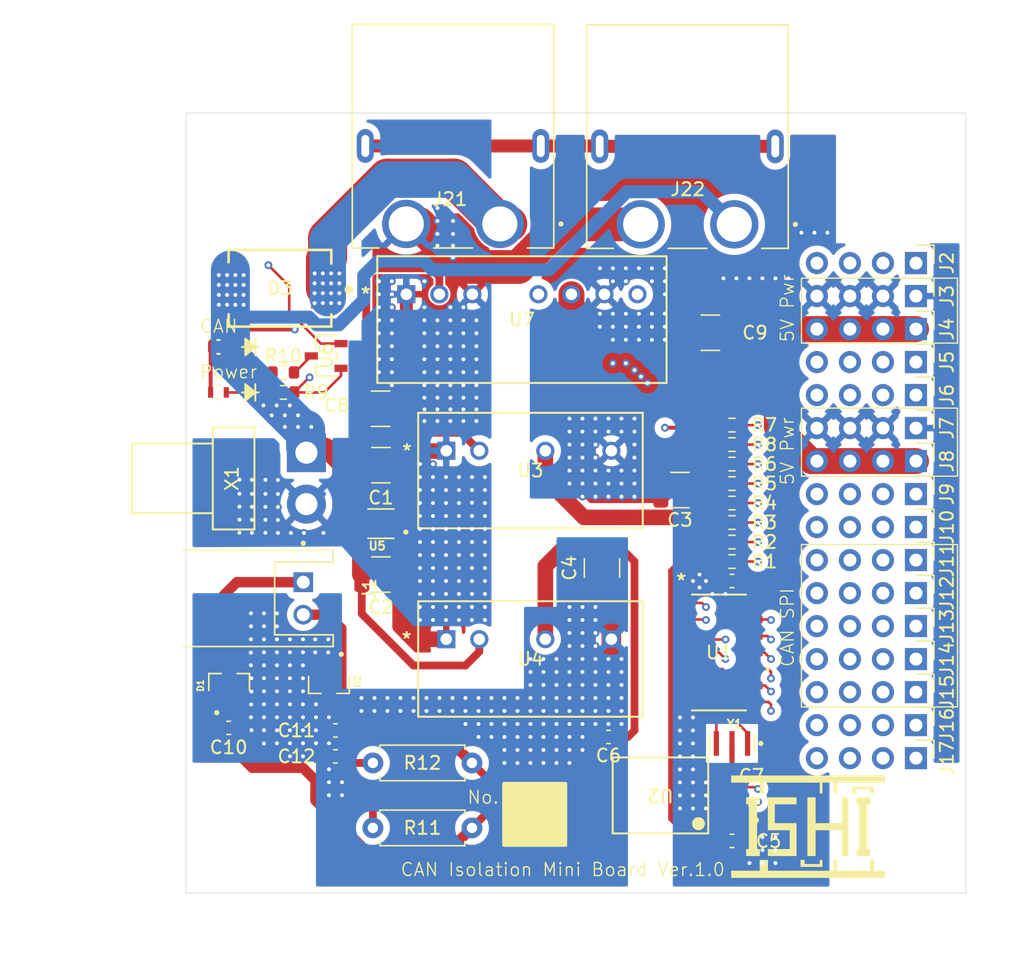
<source format=kicad_pcb>
(kicad_pcb (version 20241229) (generator "pcbnew") (generator_version "9.0")
  (title_block (title "CAN_Isolation_mini") (date "2025-09-15") (rev "Ver.1.0") (company "ISHI-Kai"))
  (layers (0 "F.Cu" signal) (4 "In1.Cu" signal) (6 "In2.Cu" signal) (2 "B.Cu" signal) (13 "F.Paste" user) (15 "B.Paste" user) (5 "F.SilkS" user "F.Silkscreen") (7 "B.SilkS" user "B.Silkscreen") (1 "F.Mask" user) (3 "B.Mask" user) (25 "Edge.Cuts" user))
  (net 0 "")
  (net 1 "BAT_12V")
  (net 2 "BAT_GND")
  (net 3 "GND_5VCAN")
  (net 4 "+5VCAN")
  (net 5 "CAN_H")
  (net 6 "CAN_L")
  (net 7 "Net-(C12-Pad1)")
  (net 14 "Net-(LED1-Pad1)")
  (net 15 "Net-(LED2-Pad1)")
  (net 16 "CAN_CS")
  (net 17 "CAN_SDO")
  (net 18 "CAN_SDI")
  (net 19 "CAN_SCK")
  (net 20 "CAN_GPIO0")
  (net 21 "CAN_GPIO1")
  (net 22 "CAN_CLK")
  (net 23 "CAN_INT")
  (net 24 "Net-(R10-Pad2)")
  (net 25 "Net-(U1-OSC2)")
  (net 26 "Net-(U1-OSC1)")
  (net 27 "Net-(U1-RXCAN)")
  (net 28 "Net-(U1-TXCAN)")
  (net 29 "CAN_LED")
  (net 50 "GND_VP")
  (net 51 "+3.3VP")
  (net 52 "+5VP")
  (net 59 "Net-(D3-PadC)")
  (footprint "CAN_Isolation:DIOM7959X250N" (layer "F.Cu") (at 95.888363 81.28 180)
    (property "Reference" "D3")
    (property "Value" "B520CQ-13-F")
  )
  (footprint "Capacitor_SMD:C_0603_1608Metric" (layer "F.Cu") (at 130.657095 103.809)
    (property "Reference" "C7")
    (property "Value" "100n")
  )
  (footprint "Resistor_SMD:R_0603_1608Metric" (layer "F.Cu") (at 96.157095 89.294905)
    (property "Reference" "R9")
    (property "Value" "200")
  )
  (footprint "MountingHole:MountingHole_3.2mm_M3" (layer "F.Cu") (at 143.657095 72.818)
    (property "Reference" "REF**" (hide yes))
    (property "Value" "MountingHole_3.2mm_M3")
  )
  (footprint "CAN_Isolation:DWV0008A-IPC_A" (layer "F.Cu") (at 125.157095 120.309 180)
    (property "Reference" "U2")
    (property "Value" "ISO1042QDWVRQ1")
  )
  (footprint "CAN_Isolation:PinHeader_1x04_P2.54mm_Vertical_noSilk" (layer "F.Cu") (at 144.81 89.5 -90)
    (property "Reference" "J6")
    (property "Value" "Conn_01x04_Pin")
  )
  (footprint "MountingHole:MountingHole_3.2mm_M3" (layer "F.Cu") (at 93.657095 122.794905)
    (property "Reference" "REF**" (hide yes))
    (property "Value" "MountingHole_3.2mm_M3")
  )
  (footprint "CAN_Isolation:PinHeader_1x04_P2.54mm_Vertical_noSilk" (layer "F.Cu") (at 144.81 81.88 -90)
    (property "Reference" "J3")
    (property "Value" "Conn_01x04_Pin")
  )
  (footprint "CAN_Isolation:ishikai_logo" (layer "F.Cu") (at 136.5 122.7)
    (property "Reference" "G***" (hide yes))
    (property "Value" "LOGO" (hide yes))
  )
  (footprint "Capacitor_SMD:C_0603_1608Metric" (layer "F.Cu") (at 91.94 115.11)
    (property "Reference" "C10")
    (property "Value" "47p")
  )
  (footprint "CAN_Isolation:PinHeader_1x04_P2.54mm_Vertical_noSilk" (layer "F.Cu") (at 144.81 94.58 -90)
    (property "Reference" "J8")
    (property "Value" "Conn_01x04_Pin")
  )
  (footprint "CAN_Isolation:B2PS-VH" (layer "F.Cu") (at 97.9225 95.91 -90)
    (property "Reference" "X1")
    (property "Value" "B2PS-VH")
  )
  (footprint "CAN_Isolation:PinHeader_1x04_P2.54mm_Vertical_noSilk" (layer "F.Cu") (at 144.81 102.2 -90)
    (property "Reference" "J11")
    (property "Value" "Conn_01x04_Pin")
  )
  (footprint "CAN_Isolation:PinHeader_1x04_P2.54mm_Vertical_noSilk" (layer "F.Cu") (at 144.81 117.44 -90)
    (property "Reference" "J17")
    (property "Value" "Conn_01x04_Pin")
  )
  (footprint "CAN_Isolation:SON65P200X200X80-7N" (layer "F.Cu") (at 103.657095 99.395 180)
    (property "Reference" "U5")
    (property "Value" "TVS1800DRVR")
  )
  (footprint "CAN_Isolation:PinHeader_1x04_P2.54mm_Vertical_noSilk" (layer "F.Cu") (at 144.81 112.36 -90)
    (property "Reference" "J15")
    (property "Value" "Conn_01x04_Pin")
  )
  (footprint "CAN_Isolation:PinHeader_1x04_P2.54mm_Vertical_noSilk" (layer "F.Cu") (at 144.81 107.28 -90)
    (property "Reference" "J13")
    (property "Value" "Conn_01x04_Pin")
  )
  (footprint "Capacitor_SMD:C_1210_3225Metric" (layer "F.Cu") (at 103.657095 103.309)
    (property "Reference" "C2")
    (property "Value" "22u")
  )
  (footprint "Resistor_THT:R_Axial_DIN0207_L6.3mm_D2.5mm_P7.62mm_Horizontal" (layer "F.Cu") (at 103.037095 117.809)
    (property "Reference" "R12")
    (property "Value" "60.4")
  )
  (footprint "Capacitor_SMD:C_0603_1608Metric" (layer "F.Cu") (at 130.657095 123.809)
    (property "Reference" "C5")
    (property "Value" "100n")
  )
  (footprint "CAN_Isolation:AMASS_XT60PW-F" (layer "F.Cu") (at 109.201 76.327 180)
    (property "Reference" "J21")
    (property "Value" "XT60PW-F")
  )
  (footprint "CAN_Isolation:TRANS_DTCZCAHZGT_ROM" (layer "F.Cu") (at 99.441 86.487 90)
    (property "Reference" "U6")
    (property "Value" "DTC114ECAHZGT116")
  )
  (footprint "CAN_Isolation:PinHeader_1x04_P2.54mm_Vertical_noSilk" (layer "F.Cu") (at 144.81 114.9 -90)
    (property "Reference" "J16")
    (property "Value" "Conn_01x04_Pin")
  )
  (footprint "CAN_Isolation:PinHeader_1x04_P2.54mm_Vertical_noSilk" (layer "F.Cu") (at 144.81 92.04 -90)
    (property "Reference" "J7")
    (property "Value" "Conn_01x04_Pin")
  )
  (footprint "Capacitor_SMD:C_0603_1608Metric" (layer "F.Cu") (at 100.157095 115.309)
    (property "Reference" "C11")
    (property "Value" "47p")
  )
  (footprint "CAN_Isolation:SOT95P237X111-3N" (layer "F.Cu") (at 91.98 111.58 90)
    (property "Reference" "D1")
    (property "Value" "MMBZ27VCLT1G")
  )
  (footprint "CAN_Isolation:SMLD12EN1WT86" (layer "F.Cu") (at 91.157095 85.794905 180)
    (property "Reference" "LED2" (hide yes))
    (property "Value" "SMLD12EN1WT86")
  )
  (footprint "CAN_Isolation:PinHeader_1x04_P2.54mm_Vertical_noSilk" (layer "F.Cu") (at 144.81 99.66 -90)
    (property "Reference" "J10")
    (property "Value" "Conn_01x04_Pin")
  )
  (footprint "MountingHole:MountingHole_3.2mm_M3" (layer "F.Cu") (at 143.657095 122.794905)
    (property "Reference" "REF**" (hide yes))
    (property "Value" "MountingHole_3.2mm_M3")
  )
  (footprint "Capacitor_SMD:C_1210_3225Metric" (layer "F.Cu") (at 103.632 90.551)
    (property "Reference" "C8")
    (property "Value" "22u")
  )
  (footprint "CAN_Isolation:MGS3_COS" (layer "F.Cu") (at 108.680095 93.785)
    (property "Reference" "U3")
    (property "Value" "MGS3123R3")
  )
  (footprint "CAN_Isolation:MGS3_COS" (layer "F.Cu") (at 108.680095 108.285)
    (property "Reference" "U4")
    (property "Value" "MGS1R51205")
  )
  (footprint "CAN_Isolation:PinHeader_1x04_P2.54mm_Vertical_noSilk" (layer "F.Cu") (at 144.81 97.12 -90)
    (property "Reference" "J9")
    (property "Value" "Conn_01x04_Pin")
  )
  (footprint "Resistor_SMD:R_0603_1608Metric" (layer "F.Cu") (at 130.657095 96.309)
    (property "Reference" "R5")
    (property "Value" "10k")
  )
  (footprint "Resistor_SMD:R_0603_1608Metric" (layer "F.Cu") (at 130.657095 99.309)
    (property "Reference" "R3")
    (property "Value" "10k")
  )
  (footprint "CAN_Isolation:SOIC14_150MIL_SL_MCH" (layer "F.Cu") (at 129.657095 109.309)
    (property "Reference" "U1")
    (property "Value" "MCP2518FDT-H/SL")
  )
  (footprint "CAN_Isolation:SMLD12EN1WT86" (layer "F.Cu") (at 91.157095 89.294905 180)
    (property "Reference" "LED1" (hide yes))
    (property "Value" "SMLD12EN1WT86")
  )
  (footprint "CAN_Isolation:SIP7_MGS10_COS" (layer "F.Cu") (at 105.608 81.741)
    (property "Reference" "U7")
    (property "Value" "MGS102405")
  )
  (footprint "Resistor_SMD:R_0603_1608Metric" (layer "F.Cu") (at 130.657095 100.809)
    (property "Reference" "R2")
    (property "Value" "10k")
  )
  (footprint "Capacitor_SMD:C_1210_3225Metric" (layer "F.Cu") (at 103.657095 94.895)
    (property "Reference" "C1")
    (property "Value" "22u")
  )
  (footprint "Capacitor_SMD:C_0603_1608Metric" (layer "F.Cu") (at 121.157095 115.809 180)
    (property "Reference" "C6")
    (property "Value" "100n")
  )
  (footprint "Capacitor_SMD:C_0603_1608Metric" (layer "F.Cu") (at 100.157095 117.309 180)
    (property "Reference" "C12")
    (property "Value" "4700p")
  )
  (footprint "Resistor_THT:R_Axial_DIN0207_L6.3mm_D2.5mm_P7.62mm_Horizontal" (layer "F.Cu") (at 110.657095 122.809 180)
    (property "Reference" "R11")
    (property "Value" "60.4")
  )
  (footprint "Capacitor_SMD:C_1210_3225Metric" (layer "F.Cu") (at 126.657095 96.809 180)
    (property "Reference" "C3")
    (property "Value" "22u")
  )
  (footprint "MountingHole:MountingHole_3.2mm_M3" (layer "F.Cu") (at 93.657095 72.825436)
    (property "Reference" "REF**" (hide yes))
    (property "Value" "MountingHole_3.2mm_M3")
  )
  (footprint "CAN_Isolation:PinHeader_1x04_P2.54mm_Vertical_noSilk" (layer "F.Cu") (at 144.81 79.34 -90)
    (property "Reference" "J2")
    (property "Value" "Conn_01x04_Pin")
  )
  (footprint "CAN_Isolation:PinHeader_1x04_P2.54mm_Vertical_noSilk" (layer "F.Cu") (at 144.81 86.96 -90)
    (property "Reference" "J5")
    (property "Value" "Conn_01x04_Pin")
  )
  (footprint "CAN_Isolation:OSC_CSTNE20M0V530000R0" (layer "F.Cu") (at 130.657095 116.309 180)
    (property "Reference" "Y1")
    (property "Value" "CSTNE20M0V530000R0")
  )
  (footprint "Capacitor_SMD:C_1210_3225Metric" (layer "F.Cu") (at 120.657095 102.809 -90)
    (property "Reference" "C4")
    (property "Value" "22u")
  )
  (footprint "Capacitor_SMD:C_1210_3225Metric" (layer "F.Cu") (at 129 84.7 180)
    (property "Reference" "C9")
    (property "Value" "22u")
  )
  (footprint "CAN_Isolation:SOT95P237X111-3N" (layer "F.Cu") (at 99.657095 111.809 -90)
    (property "Reference" "D2")
    (property "Value" "MMBZ27VCLT1G")
  )
  (footprint "CAN_Isolation:PinHeader_1x04_P2.54mm_Vertical_noSilk" (layer "F.Cu") (at 144.81 109.82 -90)
    (property "Reference" "J14")
    (property "Value" "Conn_01x04_Pin")
  )
  (footprint "CAN_Isolation:PinHeader_1x04_P2.54mm_Vertical_noSilk" (layer "F.Cu") (at 144.81 84.42 -90)
    (property "Reference" "J4")
    (property "Value" "Conn_01x04_Pin")
  )
  (footprint "CAN_Isolation:PinHeader_1x04_P2.54mm_Vertical_noSilk" (layer "F.Cu") (at 144.81 104.74 -90)
    (property "Reference" "J12")
    (property "Value" "Conn_01x04_Pin")
  )
  (footprint "Resistor_SMD:R_0603_1608Metric" (layer "F.Cu") (at 96.139 87.757)
    (property "Reference" "R10")
    (property "Value" "200")
  )
  (footprint "Resistor_SMD:R_0603_1608Metric" (layer "F.Cu") (at 130.657095 94.809)
    (property "Reference" "R6")
    (property "Value" "10k")
  )
  (footprint "Resistor_SMD:R_0603_1608Metric" (layer "F.Cu") (at 130.657095 102.309)
    (property "Reference" "R1")
    (property "Value" "10k")
  )
  (footprint "Resistor_SMD:R_0603_1608Metric" (layer "F.Cu") (at 130.657095 91.809)
    (property "Reference" "R7")
    (property "Value" "10k")
  )
  (footprint "Resistor_SMD:R_0603_1608Metric" (layer "F.Cu") (at 130.657095 93.309)
    (property "Reference" "R8")
    (property "Value" "10k")
  )
  (footprint "CAN_Isolation:JST_S2B-XH-A" (layer "F.Cu") (at 91.98 105.15 -90)
    (property "Reference" "J1")
    (property "Value" "S2B-XH-A")
  )
  (footprint "CAN_Isolation:AMASS_XT60PW-F" (layer "F.Cu") (at 127.235 76.358 180)
    (property "Reference" "J22")
    (property "Value" "XT60PW-F")
  )
  (footprint "Resistor_SMD:R_0603_1608Metric" (layer "F.Cu") (at 130.657095 97.809)
    (property "Reference" "R4")
    (property "Value" "10k")
  )
  (gr_rect (start 136 90.5) (end 148 95.74) (stroke (width 0.1)) (fill no) (layer "F.SilkS"))
  (gr_rect (start 136 101) (end 148 113.5) (stroke (width 0.1)) (fill no) (layer "F.SilkS"))
  (gr_rect (start 136 80.5) (end 148 85.5) (stroke (width 0.1)) (fill no) (layer "F.SilkS"))
  (gr_rect (start 88.657095 67.794905) (end 148.657095 127.827905) (stroke (width 0.05)) (fill no) (layer "Edge.Cuts"))
  (gr_text "CAN SPI" (at 135.5 110.5 90) (layer "F.SilkS") (effects (font (size 1 1) (thickness 0.1)) (justify left bottom)))
  (gr_text "No." (at 110.236 121.031 0) (layer "F.SilkS") (effects (font (size 1 1) (thickness 0.1)) (justify left bottom)))
  (gr_text "CAN Isolation Mini Board Ver.1.0" (at 105.1 126.6 0) (layer "F.SilkS") (effects (font (size 1 1) (thickness 0.1)) (justify left bottom)))
  (gr_text "5V Pwr" (at 135.5 96.5 90) (layer "F.SilkS") (effects (font (size 1 1) (thickness 0.1)) (justify left bottom)))
  (gr_text "CAN" (at 89.657095 84.794905 0) (layer "F.SilkS") (effects (font (size 1 1) (thickness 0.1)) (justify left bottom)))
  (gr_text "Power" (at 89.657095 88.294905 0) (layer "F.SilkS") (effects (font (size 1 1) (thickness 0.1)) (justify left bottom)))
  (gr_text "5V Pwr" (at 135.5 85.5 90) (layer "F.SilkS") (effects (font (size 1 1) (thickness 0.1)) (justify left bottom)))
  (segment (start 109.835095 92.4) (end 109.5 92.4) (width 0.6) (layer "F.Cu") (net 1))
  (segment (start 101.6 99.511) (end 101.716 99.395) (width 1.5) (layer "F.Cu") (net 1))
  (segment (start 111.220095 93.785) (end 109.835095 92.4) (width 0.6) (layer "F.Cu") (net 1))
  (segment (start 102.182095 106.334) (end 106.157095 110.309) (width 0.6) (layer "F.Cu") (net 1))
  (segment (start 102.523 90.741) (end 102.523 80.216) (width 0.6) (layer "F.Cu") (net 1))
  (segment (start 102.998 79.741) (end 107.498 79.741) (width 0.6) (layer "F.Cu") (net 1))
  (segment (start 102.637095 98.745) (end 102.637095 100.045) (width 0.6) (layer "F.Cu") (net 1))
  (segment (start 111.220095 109.246) (end 111.220095 108.285) (width 0.6) (layer "F.Cu") (net 1))
  (segment (start 108.148 80.391) (end 108.148 81.741) (width 0.6) (layer "F.Cu") (net 1))
  (segment (start 100.657095 94.794905) (end 100.657095 98.568095) (width 1.5) (layer "F.Cu") (net 1))
  (segment (start 100.657095 98.568095) (end 101.6 99.511) (width 1.5) (layer "F.Cu") (net 1))
  (segment (start 110.157095 110.309) (end 111.220095 109.246) (width 0.6) (layer "F.Cu") (net 1))
  (segment (start 102.182095 103.309) (end 102.182095 106.334) (width 0.6) (layer "F.Cu") (net 1))
  (segment (start 102.103095 99.511) (end 102.182095 99.59) (width 1.5) (layer "F.Cu") (net 1))
  (segment (start 102.637095 100.045) (end 102.637095 101.465) (width 0.6) (layer "F.Cu") (net 1))
  (segment (start 102.182095 99.59) (end 102.182095 103.309) (width 1.5) (layer "F.Cu") (net 1))
  (segment (start 101.6 99.511) (end 102.103095 99.511) (width 1.5) (layer "F.Cu") (net 1))
  (segment (start 102.182095 100.834) (end 102.182095 103.309) (width 0.6) (layer "F.Cu") (net 1))
  (segment (start 102.182095 90.284) (end 102.525 89.941095) (width 0.6) (layer "F.Cu") (net 1))
  (segment (start 107.498 79.741) (end 108.148 80.391) (width 0.6) (layer "F.Cu") (net 1))
  (segment (start 99.407095 93.544905) (end 100.657095 94.794905) (width 1.5) (layer "F.Cu") (net 1))
  (segment (start 102.182095 93.809) (end 102.182095 90.284) (width 0.6) (layer "F.Cu") (net 1))
  (segment (start 102.182095 90.284) (end 102.452 90.014095) (width 0.6) (layer "F.Cu") (net 1))
  (segment (start 102.637095 100.379) (end 102.182095 100.834) (width 0.6) (layer "F.Cu") (net 1))
  (segment (start 109.5 92.4) (end 104.677095 92.4) (width 0.6) (layer "F.Cu") (net 1))
  (segment (start 102.523 80.216) (end 102.998 79.741) (width 0.6) (layer "F.Cu") (net 1))
  (segment (start 102.637095 97.415) (end 102.182095 96.96) (width 0.6) (layer "F.Cu") (net 1))
  (segment (start 102.637095 98.745) (end 102.637095 97.415) (width 0.6) (layer "F.Cu") (net 1))
  (segment (start 106.157095 110.309) (end 110.157095 110.309) (width 0.6) (layer "F.Cu") (net 1))
  (segment (start 102.182095 96.96) (end 102.182095 94.895) (width 0.6) (layer "F.Cu") (net 1))
  (segment (start 104.677095 92.4) (end 102.182095 94.895) (width 0.6) (layer "F.Cu") (net 1))
  (segment (start 97.857095 93.544905) (end 99.407095 93.544905) (width 1.5) (layer "F.Cu") (net 1))
  (via (at 93.091 81.788) (size 0.6) (drill 0.3) (layers "F.Cu" "B.Cu") (net 1))
  (via (at 97.282 91.948) (size 0.6) (drill 0.3) (layers "F.Cu" "B.Cu") (net 1))
  (via (at 91.821 81.788) (size 0.6) (drill 0.3) (layers "F.Cu" "B.Cu") (net 1))
  (via (at 93.091 82.55) (size 0.6) (drill 0.3) (layers "F.Cu" "B.Cu") (net 1))
  (via (at 91.186 80.264) (size 0.6) (drill 0.3) (layers "F.Cu" "B.Cu") (net 1))
  (via (at 97.282 91.059) (size 0.6) (drill 0.3) (layers "F.Cu" "B.Cu") (net 1))
  (via (at 91.186 81.026) (size 0.6) (drill 0.3) (layers "F.Cu" "B.Cu") (net 1))
  (via (at 91.821 81.026) (size 0.6) (drill 0.3) (layers "F.Cu" "B.Cu") (net 1))
  (via (at 91.821 80.264) (size 0.6) (drill 0.3) (layers "F.Cu" "B.Cu") (net 1))
  (via (at 93.091 80.264) (size 0.6) (drill 0.3) (layers "F.Cu" "B.Cu") (net 1))
  (via (at 92.456 82.55) (size 0.6) (drill 0.3) (layers "F.Cu" "B.Cu") (net 1))
  (via (at 91.186 82.55) (size 0.6) (drill 0.3) (layers "F.Cu" "B.Cu") (net 1))
  (via (at 96.647 90.297) (size 0.6) (drill 0.3) (layers "F.Cu" "B.Cu") (net 1))
  (via (at 92.456 81.788) (size 0.6) (drill 0.3) (layers "F.Cu" "B.Cu") (net 1))
  (via (at 91.186 81.788) (size 0.6) (drill 0.3) (layers "F.Cu" "B.Cu") (net 1))
  (via (at 93.091 81.026) (size 0.6) (drill 0.3) (layers "F.Cu" "B.Cu") (net 1))
  (via (at 91.821 82.55) (size 0.6) (drill 0.3) (layers "F.Cu" "B.Cu") (net 1))
  (via (at 96.266 91.948) (size 0.6) (drill 0.3) (layers "F.Cu" "B.Cu") (net 1))
  (via (at 94.615 90.297) (size 0.6) (drill 0.3) (layers "F.Cu" "B.Cu") (net 1))
  (via (at 95.25 91.059) (size 0.6) (drill 0.3) (layers "F.Cu" "B.Cu") (net 1))
  (via (at 95.631 90.297) (size 0.6) (drill 0.3) (layers "F.Cu" "B.Cu") (net 1))
  (via (at 98.298 91.948) (size 0.6) (drill 0.3) (layers "F.Cu" "B.Cu") (net 1))
  (via (at 96.266 91.059) (size 0.6) (drill 0.3) (layers "F.Cu" "B.Cu") (net 1))
  (via (at 92.456 80.264) (size 0.6) (drill 0.3) (layers "F.Cu" "B.Cu") (net 1))
  (via (at 92.456 81.026) (size 0.6) (drill 0.3) (layers "F.Cu" "B.Cu") (net 1))
  (segment (start 128.3236 73.8466) (end 122.594744 73.8466) (width 1) (layer "B.Cu") (net 1))
  (segment (start 92.075 86.614) (end 92.075 83.61) (width 3) (layer "B.Cu") (net 1))
  (segment (start 98.717454 84.0954) (end 98.123654 83.5016) (width 1) (layer "B.Cu") (net 1))
  (segment (start 102.33 82.183946) (end 100.418546 84.0954) (width 1) (layer "B.Cu") (net 1))
  (segment (start 103.43 79.19) (end 102.33 80.29) (width 1) (layer "B.Cu") (net 1))
  (segment (start 92.1834 83.5016) (end 92.075 83.61) (width 1) (layer "B.Cu") (net 1))
  (segment (start 122.594744 73.8466) (end 116.587944 79.8534) (width 1) (layer "B.Cu") (net 1))
  (segment (start 100.418546 84.0954) (end 98.717454 84.0954) (width 1) (layer "B.Cu") (net 1))
  (segment (start 97.595905 92.134905) (end 92.075 86.614) (width 3) (layer "B.Cu") (net 1))
  (segment (start 102.33 80.29) (end 102.33 82.183946) (width 1) (layer "B.Cu") (net 1))
  (segment (start 97.857095 92.134905) (end 97.595905 92.134905) (width 3) (layer "B.Cu") (net 1))
  (segment (start 116.587944 79.8534) (end 107.605088 79.8534) (width 1) (layer "B.Cu") (net 1))
  (segment (start 130.835 76.358) (end 128.3236 73.8466) (width 1) (layer "B.Cu") (net 1))
  (segment (start 92.075 83.61) (end 92.075 79.883) (width 3) (layer "B.Cu") (net 1))
  (segment (start 106.941688 79.19) (end 103.43 79.19) (width 1) (layer "B.Cu") (net 1))
  (segment (start 97.857095 93.544905) (end 97.857095 92.134905) (width 3) (layer "B.Cu") (net 1))
  (segment (start 98.123654 83.5016) (end 92.1834 83.5016) (width 1) (layer "B.Cu") (net 1))
  (segment (start 107.605088 79.8534) (end 106.941688 79.19) (width 1) (layer "B.Cu") (net 1))
  (segment (start 114.238338 79.6384) (end 109.875082 79.6384) (width 2.6) (layer "F.Cu") (net 2))
  (segment (start 104.307095 98.745) (end 103.657095 99.395) (width 0.4) (layer "F.Cu") (net 2))
  (segment (start 105.132095 100.834) (end 104.677095 100.379) (width 1.2) (layer "F.Cu") (net 2))
  (segment (start 104.677095 98.745) (end 104.677095 100.045) (width 1.2) (layer "F.Cu") (net 2))
  (segment (start 104.677095 99.395) (end 103.657095 99.395) (width 0.4) (layer "F.Cu") (net 2))
  (segment (start 104.677095 98.745) (end 104.677095 99.395) (width 1.1) (layer "F.Cu") (net 2))
  (segment (start 105.132095 94.198) (end 105.521095 93.809) (width 1.2) (layer "F.Cu") (net 2))
  (segment (start 105.132095 107.284) (end 106.133095 108.285) (width 1.2) (layer "F.Cu") (net 2))
  (segment (start 104.677095 97.825) (end 104.677095 98.745) (width 1.2) (layer "F.Cu") (net 2))
  (segment (start 105.521095 93.809) (end 108.44619 93.809) (width 1.2) (layer "F.Cu") (net 2))
  (segment (start 117.518738 76.358) (end 114.238338 79.6384) (width 2.6) (layer "F.Cu") (net 2))
  (segment (start 104.677095 99.395) (end 104.677095 100.045) (width 1.1) (layer "F.Cu") (net 2))
  (segment (start 105.132095 103.309) (end 105.132095 107.284) (width 1.2) (layer "F.Cu") (net 2))
  (segment (start 97.93 97.86) (end 97.93 97.91) (width 0.4) (layer "F.Cu") (net 2))
  (segment (start 102.451 70.327) (end 115.951 70.327) (width 1) (layer "F.Cu") (net 2))
  (segment (start 105.132095 94.895) (end 105.132095 94.198) (width 1.2) (layer "F.Cu") (net 2))
  (segment (start 123.635 76.358) (end 117.518738 76.358) (width 2.6) (layer "F.Cu") (net 2))
  (segment (start 105.132095 100.834) (end 105.132095 103.309) (width 1.2) (layer "F.Cu") (net 2))
  (segment (start 108.44619 93.809) (end 108.680095 93.575095) (width 1.2) (layer "F.Cu") (net 2))
  (segment (start 115.951 70.327) (end 120.454 70.327) (width 1) (layer "F.Cu") (net 2))
  (segment (start 120.454 70.327) (end 120.485 70.358) (width 1) (layer "F.Cu") (net 2))
  (segment (start 104.677095 100.045) (end 104.307095 100.045) (width 0.4) (layer "F.Cu") (net 2))
  (segment (start 104.307095 100.045) (end 103.657095 99.395) (width 0.4) (layer "F.Cu") (net 2))
  (segment (start 105.132095 97.37) (end 104.677095 97.825) (width 1.2) (layer "F.Cu") (net 2))
  (segment (start 104.677095 98.745) (end 104.307095 98.745) (width 0.4) (layer "F.Cu") (net 2))
  (segment (start 105.132095 97.37) (end 105.132095 94.895) (width 1.2) (layer "F.Cu") (net 2))
  (segment (start 104.677095 101.465) (end 104.677095 100.045) (width 1.2) (layer "F.Cu") (net 2))
  (segment (start 120.485 70.358) (end 133.985 70.358) (width 1) (layer "F.Cu") (net 2))
  (segment (start 105.608 81.741) (end 105.608 90.606) (width 1) (layer "F.Cu") (net 2))
  (segment (start 106.563682 76.327) (end 105.601 76.327) (width 2.6) (layer "F.Cu") (net 2))
  (segment (start 106.133095 108.285) (end 108.680095 108.285) (width 1.2) (layer "F.Cu") (net 2))
  (segment (start 109.875082 79.6384) (end 106.563682 76.327) (width 2.6) (layer "F.Cu") (net 2))
  (via (at 110.657095 97.785) (size 0.6) (drill 0.3) (layers "F.Cu" "B.Cu") (net 2))
  (via (at 109.657095 102.809) (size 0.6) (drill 0.3) (layers "F.Cu" "B.Cu") (net 2))
  (via (at 93.73 96.02) (size 0.6) (drill 0.3) (layers "F.Cu" "B.Cu") (net 2))
  (via (at 107.657095 95.809) (size 0.6) (drill 0.3) (layers "F.Cu" "B.Cu") (net 2))
  (via (at 110 89.7) (size 0.6) (drill 0.3) (layers "F.Cu" "B.Cu") (net 2))
  (via (at 110 91.5) (size 0.6) (drill 0.3) (layers "F.Cu" "B.Cu") (net 2))
  (via (at 108 77.1) (size 0.6) (drill 0.3) (layers "F.Cu" "B.Cu") (net 2))
  (via (at 111.657095 97.809) (size 0.6) (drill 0.3) (layers "F.Cu" "B.Cu") (net 2))
  (via (at 106.657095 101.809) (size 0.6) (drill 0.3) (layers "F.Cu" "B.Cu") (net 2))
  (via (at 108.657095 98.809) (size 0.6) (drill 0.3) (layers "F.Cu" "B.Cu") (net 2))
  (via (at 109.998 82.741) (size 0.6) (drill 0.3) (layers "F.Cu" "B.Cu") (net 2))
  (via (at 94.77 100.1) (size 0.6) (drill 0.3) (layers "F.Cu" "B.Cu") (net 2))
  (via (at 106.657095 98.809) (size 0.6) (drill 0.3) (layers "F.Cu" "B.Cu") (net 2))
  (via (at 106.657095 97.809) (size 0.6) (drill 0.3) (layers "F.Cu" "B.Cu") (net 2))
  (via (at 106.998 86.741) (size 0.6) (drill 0.3) (layers "F.Cu" "B.Cu") (net 2))
  (via (at 95.73 96.03) (size 0.6) (drill 0.3) (layers "F.Cu" "B.Cu") (net 2))
  (via (at 109.657095 98.809) (size 0.6) (drill 0.3) (layers "F.Cu" "B.Cu") (net 2))
  (via (at 107.657095 100.809) (size 0.6) (drill 0.3) (layers "F.Cu" "B.Cu") (net 2))
  (via (at 108.657095 103.809) (size 0.6) (drill 0.3) (layers "F.Cu" "B.Cu") (net 2))
  (via (at 110.998 86.741) (size 0.6) (drill 0.3) (layers "F.Cu" "B.Cu") (net 2))
  (via (at 92.77 100.09) (size 0.6) (drill 0.3) (layers "F.Cu" "B.Cu") (net 2))
  (via (at 103.498 85.741) (size 0.6) (drill 0.3) (layers "F.Cu" "B.Cu") (net 2))
  (via (at 108 76.1) (size 0.6) (drill 0.3) (layers "F.Cu" "B.Cu") (net 2))
  (via (at 103.498 83.741) (size 0.6) (drill 0.3) (layers "F.Cu" "B.Cu") (net 2))
  (via (at 108.657095 95.809) (size 0.6) (drill 0.3) (layers "F.Cu" "B.Cu") (net 2))
  (via (at 95.73 97.11) (size 0.6) (drill 0.3) (layers "F.Cu" "B.Cu") (net 2))
  (via (at 109.657095 105.809) (size 0.6) (drill 0.3) (layers "F.Cu" "B.Cu") (net 2))
  (via (at 108.657095 96.809) (size 0.6) (drill 0.3) (layers "F.Cu" "B.Cu") (net 2))
  (via (at 94.77 97.1) (size 0.6) (drill 0.3) (layers "F.Cu" "B.Cu") (net 2))
  (via (at 107.657095 106.809) (size 0.6) (drill 0.3) (layers "F.Cu" "B.Cu") (net 2))
  (via (at 109.2 77.1) (size 0.6) (drill 0.3) (layers "F.Cu" "B.Cu") (net 2))
  (via (at 109.657095 104.809) (size 0.6) (drill 0.3) (layers "F.Cu" "B.Cu") (net 2))
  (via (at 93.73 99.1) (size 0.6) (drill 0.3) (layers "F.Cu" "B.Cu") (net 2))
  (via (at 107.657095 96.809) (size 0.6) (drill 0.3) (layers "F.Cu" "B.Cu") (net 2))
  (via (at 96.73 100.11) (size 0.6) (drill 0.3) (layers "F.Cu" "B.Cu") (net 2))
  (via (at 108 75.1) (size 0.6) (drill 0.3) (layers "F.Cu" "B.Cu") (net 2))
  (via (at 106.657095 100.809) (size 0.6) (drill 0.3) (layers "F.Cu" "B.Cu") (net 2))
  (via (at 108.657095 105.809) (size 0.6) (drill 0.3) (layers "F.Cu" "B.Cu") (net 2))
  (via (at 106.998 85.741) (size 0.6) (drill 0.3) (layers "F.Cu" "B.Cu") (net 2))
  (via (at 109.2 78) (size 0.6) (drill 0.3) (layers "F.Cu" "B.Cu") (net 2))
  (via (at 94.77 98.1) (size 0.6) (drill 0.3) (layers "F.Cu" "B.Cu") (net 2))
  (via (at 92.77 98.09) (size 0.6) (drill 0.3) (layers "F.Cu" "B.Cu") (net 2))
  (via (at 108.657095 106.809) (size 0.6) (drill 0.3) (layers "F.Cu" "B.Cu") (net 2))
  (via (at 103.498 86.741) (size 0.6) (drill 0.3) (layers "F.Cu" "B.Cu") (net 2))
  (via (at 109.2 78.9) (size 0.6) (drill 0.3) (layers "F.Cu" "B.Cu") (net 2))
  (via (at 110.657095 100.809) (size 0.6) (drill 0.3) (layers "F.Cu" "B.Cu") (net 2))
  (via (at 108 91.5) (size 0.6) (drill 0.3) (layers "F.Cu" "B.Cu") (net 2))
  (via (at 110.657095 96.809) (size 0.6) (drill 0.3) (layers "F.Cu" "B.Cu") (net 2))
  (via (at 107.998 85.741) (size 0.6) (drill 0.3) (layers "F.Cu" "B.Cu") (net 2))
  (via (at 95.73 100.11) (size 0.6) (drill 0.3) (layers "F.Cu" "B.Cu") (net 2))
  (via (at 108.657095 99.809) (size 0.6) (drill 0.3) (layers "F.Cu" "B.Cu") (net 2))
  (via (at 111.657095 102.809) (size 0.6) (drill 0.3) (layers "F.Cu" "B.Cu") (net 2))
  (via (at 95.73 98.11) (size 0.6) (drill 0.3) (layers "F.Cu" "B.Cu") (net 2))
  (via (at 108.998 84.741) (size 0.6) (drill 0.3) (layers "F.Cu" "B.Cu") (net 2))
  (via (at 110.657095 103.809) (size 0.6) (drill 0.3) (layers "F.Cu" "B.Cu") (net 2))
  (via (at 92.77 97.09) (size 0.6) (drill 0.3) (layers "F.Cu" "B.Cu") (net 2))
  (via (at 93.73 100.1) (size 0.6) (drill 0.3) (layers "F.Cu" "B.Cu") (net 2))
  (via (at 107.998 84.741) (size 0.6) (drill 0.3) (layers "F.Cu" "B.Cu") (net 2))
  (via (at 104.498 86.741) (size 0.6) (drill 0.3) (layers "F.Cu" "B.Cu") (net 2))
  (via (at 111.657095 103.809) (size 0.6) (drill 0.3) (layers "F.Cu" "B.Cu") (net 2))
  (via (at 109.998 87.741) (size 0.6) (drill 0.3) (layers "F.Cu" "B.Cu") (net 2))
  (via (at 109.657095 103.809) (size 0.6) (drill 0.3) (layers "F.Cu" "B.Cu") (net 2))
  (via (at 109.998 84.741) (size 0.6) (drill 0.3) (layers "F.Cu" "B.Cu") (net 2))
  (via (at 111.657095 96.809) (size 0.6) (drill 0.3) (layers "F.Cu" "B.Cu") (net 2))
  (via (at 107 91.5) (size 0.6) (drill 0.3) (layers "F.Cu" "B.Cu") (net 2))
  (via (at 109 89.7) (size 0.6) (drill 0.3) (layers "F.Cu" "B.Cu") (net 2))
  (via (at 107.657095 102.809) (size 0.6) (drill 0.3) (layers "F.Cu" "B.Cu") (net 2))
  (via (at 108.657095 101.809) (size 0.6) (drill 0.3) (layers "F.Cu" "B.Cu") (net 2))
  (via (at 104.498 83.741) (size 0.6) (drill 0.3) (layers "F.Cu" "B.Cu") (net 2))
  (via (at 108.657095 100.809) (size 0.6) (drill 0.3) (layers "F.Cu" "B.Cu") (net 2))
  (via (at 109.998 83.741) (size 0.6) (drill 0.3) (layers "F.Cu" "B.Cu") (net 2))
  (via (at 109.657095 101.809) (size 0.6) (drill 0.3) (layers "F.Cu" "B.Cu") (net 2))
  (via (at 110.657095 98.809) (size 0.6) (drill 0.3) (layers "F.Cu" "B.Cu") (net 2))
  (via (at 107.657095 98.809) (size 0.6) (drill 0.3) (layers "F.Cu" "B.Cu") (net 2))
  (via (at 107.998 88.741) (size 0.6) (drill 0.3) (layers "F.Cu" "B.Cu") (net 2))
  (via (at 109 91.5) (size 0.6) (drill 0.3) (layers "F.Cu" "B.Cu") (net 2))
  (via (at 103.498 84.741) (size 0.6) (drill 0.3) (layers "F.Cu" "B.Cu") (net 2))
  (via (at 94.77 96.02) (size 0.6) (drill 0.3) (layers "F.Cu" "B.Cu") (net 2))
  (via (at 104.498 81.741) (size 0.6) (drill 0.3) (layers "F.Cu" "B.Cu") (net 2))
  (via (at 106.998 80.741) (size 0.6) (drill 0.3) (layers "F.Cu" "B.Cu") (net 2))
  (via (at 111 91.5) (size 0.6) (drill 0.3) (layers "F.Cu" "B.Cu") (net 2))
  (via (at 111 89.7) (size 0.6) (drill 0.3) (layers "F.Cu" "B.Cu") (net 2))
  (via (at 106.657095 103.809) (size 0.6) (drill 0.3) (layers "F.Cu" "B.Cu") (net 2))
  (via (at 111.657095 98.809) (size 0.6) (drill 0.3) (layers "F.Cu" "B.Cu") (net 2))
  (via (at 94.77 99.1) (size 0.6) (drill 0.3) (layers "F.Cu" "B.Cu") (net 2))
  (via (at 108 89.7) (size 0.6) (drill 0.3) (layers "F.Cu" "B.Cu") (net 2))
  (via (at 103.498 80.741) (size 0.6) (drill 0.3) (layers "F.Cu" "B.Cu") (net 2))
  (via (at 108.657095 97.809) (size 0.6) (drill 0.3) (layers "F.Cu" "B.Cu") (net 2))
  (via (at 111.657095 105.809) (size 0.6) (drill 0.3) (layers "F.Cu" "B.Cu") (net 2))
  (via (at 108.657095 104.809) (size 0.6) (drill 0.3) (layers "F.Cu" "B.Cu") (net 2))
  (via (at 109.201 76.1) (size 0.6) (drill 0.3) (layers "F.Cu" "B.Cu") (net 2))
  (via (at 108.998 83.741) (size 0.6) (drill 0.3) (layers "F.Cu" "B.Cu") (net 2))
  (via (at 107.657095 103.809) (size 0.6) (drill 0.3) (layers "F.Cu" "B.Cu") (net 2))
  (via (at 106.657095 95.809) (size 0.6) (drill 0.3) (layers "F.Cu" "B.Cu") (net 2))
  (via (at 109.657095 96.809) (size 0.6) (drill 0.3) (layers "F.Cu" "B.Cu") (net 2))
  (via (at 109.657095 95.809) (size 0.6) (drill 0.3) (layers "F.Cu" "B.Cu") (net 2))
  (via (at 109.657095 106.809) (size 0.6) (drill 0.3) (layers "F.Cu" "B.Cu") (net 2))
  (via (at 107.657095 104.809) (size 0.6) (drill 0.3) (layers "F.Cu" "B.Cu") (net 2))
  (via (at 111.657095 95.809) (size 0.6) (drill 0.3) (layers "F.Cu" "B.Cu") (net 2))
  (via (at 110.998 88.741) (size 0.6) (drill 0.3) (layers "F.Cu" "B.Cu") (net 2))
  (via (at 107.657095 105.809) (size 0.6) (drill 0.3) (layers "F.Cu" "B.Cu") (net 2))
  (via (at 108 78) (size 0.6) (drill 0.3) (layers "F.Cu" "B.Cu") (net 2))
  (via (at 106.998 84.741) (size 0.6) (drill 0.3) (layers "F.Cu" "B.Cu") (net 2))
  (via (at 108.998 86.741) (size 0.6) (drill 0.3) (layers "F.Cu" "B.Cu") (net 2))
  (via (at 103.498 81.741) (size 0.6) (drill 0.3) (layers "F.Cu" "B.Cu") (net 2))
  (via (at 109.657095 100.809) (size 0.6) (drill 0.3) (layers "F.Cu" "B.Cu") (net 2))
  (via (at 108.998 87.741) (size 0.6) (drill 0.3) (layers "F.Cu" "B.Cu") (net 2))
  (via (at 104.498 85.741) (size 0.6) (drill 0.3) (layers "F.Cu" "B.Cu") (net 2))
  (via (at 110.657095 104.809) (size 0.6) (drill 0.3) (layers "F.Cu" "B.Cu") (net 2))
  (via (at 108.998 82.741) (size 0.6) (drill 0.3) (layers "F.Cu" "B.Cu") (net 2))
  (via (at 110.657095 102.809) (size 0.6) (drill 0.3) (layers "F.Cu" "B.Cu") (net 2))
  (via (at 92.77 96.01) (size 0.6) (drill 0.3) (layers "F.Cu" "B.Cu") (net 2))
  (via (at 109.998 86.741) (size 0.6) (drill 0.3) (layers "F.Cu" "B.Cu") (net 2))
  (via (at 104.498 87.741) (size 0.6) (drill 0.3) (layers "F.Cu" "B.Cu") (net 2))
  (via (at 104.498 82.741) (size 0.6) (drill 0.3) (layers "F.Cu" "B.Cu") (net 2))
  (via (at 92.77 99.09) (size 0.6) (drill 0.3) (layers "F.Cu" "B.Cu") (net 2))
  (via (at 106.998 83.741) (size 0.6) (drill 0.3) (layers "F.Cu" "B.Cu") (net 2))
  (via (at 104.498 84.741) (size 0.6) (drill 0.3) (layers "F.Cu" "B.Cu") (net 2))
  (via (at 110.657095 95.809) (size 0.6) (drill 0.3) (layers "F.Cu" "B.Cu") (net 2))
  (via (at 110 90.6) (size 0.6) (drill 0.3) (layers "F.Cu" "B.Cu") (net 2))
  (via (at 110.998 85.741) (size 0.6) (drill 0.3) (layers "F.Cu" "B.Cu") (net 2))
  (via (at 99.23 100.11) (size 0.6) (drill 0.3) (layers "F.Cu" "B.Cu") (net 2))
  (via (at 110.657095 99.809) (size 0.6) (drill 0.3) (layers "F.Cu" "B.Cu") (net 2))
  (via (at 107.657095 101.809) (size 0.6) (drill 0.3) (layers "F.Cu" "B.Cu") (net 2))
  (via (at 109.657095 97.809) (size 0.6) (drill 0.3) (layers "F.Cu" "B.Cu") (net 2))
  (via (at 109.998 85.741) (size 0.6) (drill 0.3) (layers "F.Cu" "B.Cu") (net 2))
  (via (at 95.73 99.11) (size 0.6) (drill 0.3) (layers "F.Cu" "B.Cu") (net 2))
  (via (at 111.657095 106.809) (size 0.6) (drill 0.3) (layers "F.Cu" "B.Cu") (net 2))
  (via (at 110.998 83.741) (size 0.6) (drill 0.3) (layers "F.Cu" "B.Cu") (net 2))
  (via (at 106.657095 105.809) (size 0.6) (drill 0.3) (layers "F.Cu" "B.Cu") (net 2))
  (via (at 110.657095 105.809) (size 0.6) (drill 0.3) (layers "F.Cu" "B.Cu") (net 2))
  (via (at 108.998 85.741) (size 0.6) (drill 0.3) (layers "F.Cu" "B.Cu") (net 2))
  (via (at 111.657095 101.809) (size 0.6) (drill 0.3) (layers "F.Cu" "B.Cu") (net 2))
  (via (at 107 90.6) (size 0.6) (drill 0.3) (layers "F.Cu" "B.Cu") (net 2))
  (via (at 110.657095 101.809) (size 0.6) (drill 0.3) (layers "F.Cu" "B.Cu") (net 2))
  (via (at 106.657095 102.809) (size 0.6) (drill 0.3) (layers "F.Cu" "B.Cu") (net 2))
  (via (at 107.657095 97.809) (size 0.6) (drill 0.3) (layers "F.Cu" "B.Cu") (net 2))
  (via (at 107.998 87.741) (size 0.6) (drill 0.3) (layers "F.Cu" "B.Cu") (net 2))
  (via (at 106.998 88.741) (size 0.6) (drill 0.3) (layers "F.Cu" "B.Cu") (net 2))
  (via (at 104.498 88.741) (size 0.6) (drill 0.3) (layers "F.Cu" "B.Cu") (net 2))
  (via (at 111.657095 104.809) (size 0.6) (drill 0.3) (layers "F.Cu" "B.Cu") (net 2))
  (via (at 111 90.6) (size 0.6) (drill 0.3) (layers "F.Cu" "B.Cu") (net 2))
  (via (at 104.498 80.741) (size 0.6) (drill 0.3) (layers "F.Cu" "B.Cu") (net 2))
  (via (at 108.657095 102.809) (size 0.6) (drill 0.3) (layers "F.Cu" "B.Cu") (net 2))
  (via (at 111.657095 100.809) (size 0.6) (drill 0.3) (layers "F.Cu" "B.Cu") (net 2))
  (via (at 106.657095 104.809) (size 0.6) (drill 0.3) (layers "F.Cu" "B.Cu") (net 2))
  (via (at 107 89.7) (size 0.6) (drill 0.3) (layers "F.Cu" "B.Cu") (net 2))
  (via (at 107.998 83.741) (size 0.6) (drill 0.3) (layers "F.Cu" "B.Cu") (net 2))
  (via (at 106.657095 106.809) (size 0.6) (drill 0.3) (layers "F.Cu" "B.Cu") (net 2))
  (via (at 109.657095 99.809) (size 0.6) (drill 0.3) (layers "F.Cu" "B.Cu") (net 2))
  (via (at 109.998 88.741) (size 0.6) (drill 0.3) (layers "F.Cu" "B.Cu") (net 2))
  (via (at 109 90.6) (size 0.6) (drill 0.3) (layers "F.Cu" "B.Cu") (net 2))
  (via (at 93.73 97.1) (size 0.6) (drill 0.3) (layers "F.Cu" "B.Cu") (net 2))
  (via (at 110.998 87.741) (size 0.6) (drill 0.3) (layers "F.Cu" "B.Cu") (net 2))
  (via (at 107.657095 94.809) (size 0.6) (drill 0.3) (layers "F.Cu" "B.Cu") (net 2))
  (via (at 110.657095 106.809) (size 0.6) (drill 0.3) (layers "F.Cu" "B.Cu") (net 2))
  (via (at 106.657095 99.809) (size 0.6) (drill 0.3) (layers "F.Cu" "B.Cu") (net 2))
  (via (at 97.73 100.11) (size 0.6) (drill 0.3) (layers "F.Cu" "B.Cu") (net 2))
  (via (at 108 90.6) (size 0.6) (drill 0.3) (layers "F.Cu" "B.Cu") (net 2))
  (via (at 103.498 87.741) (size 0.6) (drill 0.3) (layers "F.Cu" "B.Cu") (net 2))
  (via (at 111.657095 99.809) (size 0.6) (drill 0.3) (layers "F.Cu" "B.Cu") (net 2))
  (via (at 107.998 86.741) (size 0.6) (drill 0.3) (layers "F.Cu" "B.Cu") (net 2))
  (via (at 106.657095 96.809) (size 0.6) (drill 0.3) (layers "F.Cu" "B.Cu") (net 2))
  (via (at 103.498 82.741) (size 0.6) (drill 0.3) (layers "F.Cu" "B.Cu") (net 2))
  (via (at 110.998 84.741) (size 0.6) (drill 0.3) (layers "F.Cu" "B.Cu") (net 2))
  (via (at 106.998 82.741) (size 0.6) (drill 0.3) (layers "F.Cu" "B.Cu") (net 2))
  (via (at 107.657095 99.809) (size 0.6) (drill 0.3) (layers "F.Cu" "B.Cu") (net 2))
  (via (at 93.73 98.1) (size 0.6) (drill 0.3) (layers "F.Cu" "B.Cu") (net 2))
  (via (at 106.998 87.741) (size 0.6) (drill 0.3) (layers "F.Cu" "B.Cu") (net 2))
  (via (at 106.657095 94.809) (size 0.6) (drill 0.3) (layers "F.Cu" "B.Cu") (net 2))
  (via (at 108.998 88.741) (size 0.6) (drill 0.3) (layers "F.Cu" "B.Cu") (net 2))
  (segment (start 97.93 97.86) (end 98.98 97.86) (width 0.4) (layer "B.Cu") (net 2))
  (segment (start 108.680095 108.285) (end 108.680095 108.332) (width 1.2) (layer "B.Cu") (net 2))
  (segment (start 98.98 97.86) (end 99.23 98.11) (width 0.4) (layer "B.Cu") (net 2))
  (segment (start 97.93 97.86) (end 98.48 97.86) (width 0.4) (layer "B.Cu") (net 2))
  (segment (start 97.93 97.86) (end 97.48 97.86) (width 0.4) (layer "B.Cu") (net 2))
  (segment (start 97.93 97.86) (end 96.98 97.86) (width 0.4) (layer "B.Cu") (net 2))
  (segment (start 108.680095 108.285) (end 108.681095 108.285) (width 1.2) (layer "B.Cu") (net 2))
  (segment (start 97.48 97.86) (end 96.73 97.11) (width 0.4) (layer "B.Cu") (net 2))
  (segment (start 96.98 97.86) (end 96.73 98.11) (width 0.4) (layer "B.Cu") (net 2))
  (segment (start 98.48 97.86) (end 99.23 97.11) (width 0.4) (layer "B.Cu") (net 2))
  (segment (start 92.93 112.64) (end 92.93 112.05) (width 1) (layer "F.Cu") (net 3))
  (segment (start 119.157095 116.809) (end 119.157095 117.704523) (width 0.6) (layer "F.Cu") (net 3))
  (segment (start 92.715 114.605) (end 92.715 115.11) (width 1) (layer "F.Cu") (net 3))
  (segment (start 97.656095 111.8) (end 97.16219 111.8) (width 1) (layer "F.Cu") (net 3))
  (segment (start 121.380095 108.285) (end 121.380095 109.032) (width 1.5) (layer "F.Cu") (net 3))
  (segment (start 97.16219 111.8) (end 96.657095 111.294905) (width 1) (layer "F.Cu") (net 3))
  (segment (start 120.382095 115.809) (end 120.382095 117.878477) (width 0.6) (layer "F.Cu") (net 3))
  (segment (start 92.93 112.64) (end 93.33 112.24) (width 1) (layer "F.Cu") (net 3))
  (segment (start 121.380095 108.285) (end 121.380095 105.007) (width 1.5) (layer "F.Cu") (net 3))
  (segment (start 120.382095 115.809) (end 119.157095 115.809) (width 0.6) (layer "F.Cu") (net 3))
  (segment (start 98.214905 116.294905) (end 97.657095 116.294905) (width 0.6) (layer "F.Cu") (net 3))
  (segment (start 93.65 113.67) (end 92.715 114.605) (width 1) (layer "F.Cu") (net 3))
  (segment (start 97.657095 117.294905) (end 96.657095 117.294905) (width 0.6) (layer "F.Cu") (net 3))
  (segment (start 98.707095 110.749) (end 98.707095 109.407095) (width 1) (layer "F.Cu") (net 3))
  (segment (start 92.93 112.05) (end 93.69 111.29) (width 1) (layer "F.Cu") (net 3))
  (segment (start 97.67119 117.309) (end 97.657095 117.294905) (width 0.6) (layer "F.Cu") (net 3))
  (segment (start 93.65 113.36) (end 93.65 113.67) (width 1) (layer "F.Cu") (net 3))
  (segment (start 98.707095 110.749) (end 97.656095 111.8) (width 1) (layer "F.Cu") (net 3))
  (segment (start 120.382095 117.878477) (end 119.856572 118.404) (width 0.6) (layer "F.Cu") (net 3))
  (segment (start 119.157095 117.704523) (end 119.856572 118.404) (width 0.6) (layer "F.Cu") (net 3))
  (segment (start 121.380095 105.007) (end 120.657095 104.284) (width 1.5) (layer "F.Cu") (net 3))
  (segment (start 92.93 112.64) (end 93.65 113.36) (width 1) (layer "F.Cu") (net 3))
  (segment (start 99.229 117.309) (end 98.214905 116.294905) (width 0.6) (layer "F.Cu") (net 3))
  (segment (start 99.382095 117.309) (end 99.229 117.309) (width 0.6) (layer "F.Cu") (net 3))
  (segment (start 99.382095 115.309) (end 99.382095 117.309) (width 0.6) (layer "F.Cu") (net 3))
  (segment (start 98.707095 109.407095) (end 98.6 109.3) (width 0.2) (layer "F.Cu") (net 3))
  (segment (start 99.382095 117.309) (end 97.67119 117.309) (width 0.6) (layer "F.Cu") (net 3))
  (via (at 120.157095 110.809) (size 0.6) (drill 0.3) (layers "F.Cu" "B.Cu") (net 3))
  (via (at 113.157095 117.809) (size 0.6) (drill 0.3) (layers "F.Cu" "B.Cu") (net 3))
  (via (at 111.157095 112.809) (size 0.6) (drill 0.3) (layers "F.Cu" "B.Cu") (net 3))
  (via (at 118.157095 117.809) (size 0.6) (drill 0.3) (layers "F.Cu" "B.Cu") (net 3))
  (via (at 97.657095 114.294905) (size 0.6) (drill 0.3) (layers "F.Cu" "B.Cu") (net 3))
  (via (at 115.157095 112.809) (size 0.6) (drill 0.3) (layers "F.Cu" "B.Cu") (net 3))
  (via (at 99.6 109.3) (size 0.6) (drill 0.3) (layers "F.Cu" "B.Cu") (net 3))
  (via (at 96.657095 109.294905) (size 0.6) (drill 0.3) (layers "F.Cu" "B.Cu") (net 3))
  (via (at 107.157095 113.809) (size 0.6) (drill 0.3) (layers "F.Cu" "B.Cu") (net 3))
  (via (at 116.157095 111.809) (size 0.6) (drill 0.3) (layers "F.Cu" "B.Cu") (net 3))
  (via (at 95.657095 111.294905) (size 0.6) (drill 0.3) (layers "F.Cu" "B.Cu") (net 3))
  (via (at 122.157095 109.809) (size 0.6) (drill 0.3) (layers "F.Cu" "B.Cu") (net 3))
  (via (at 97.657095 113.294905) (size 0.6) (drill 0.3) (layers "F.Cu" "B.Cu") (net 3))
  (via (at 122.157095 114.809) (size 0.6) (drill 0.3) (layers "F.Cu" "B.Cu") (net 3))
  (via (at 97.657095 117.294905) (size 0.6) (drill 0.3) (layers "F.Cu" "B.Cu") (net 3))
  (via (at 120.157095 112.809) (size 0.6) (drill 0.3) (layers "F.Cu" "B.Cu") (net 3))
  (via (at 95.657095 112.294905) (size 0.6) (drill 0.3) (layers "F.Cu" "B.Cu") (net 3))
  (via (at 97.657095 108.294905) (size 0.6) (drill 0.3) (layers "F.Cu" "B.Cu") (net 3))
  (via (at 121.157095 109.809) (size 0.6) (drill 0.3) (layers "F.Cu" "B.Cu") (net 3))
  (via (at 117.157095 112.809) (size 0.6) (drill 0.3) (layers "F.Cu" "B.Cu") (net 3))
  (via (at 108.157095 112.809) (size 0.6) (drill 0.3) (layers "F.Cu" "B.Cu") (net 3))
  (via (at 118.157095 114.809) (size 0.6) (drill 0.3) (layers "F.Cu" "B.Cu") (net 3))
  (via (at 94.657095 110.294905) (size 0.6) (drill 0.3) (layers "F.Cu" "B.Cu") (net 3))
  (via (at 122.157095 110.809) (size 0.6) (drill 0.3) (layers "F.Cu" "B.Cu") (net 3))
  (via (at 118.157095 115.809) (size 0.6) (drill 0.3) (layers "F.Cu" "B.Cu") (net 3))
  (via (at 108.157095 113.809) (size 0.6) (drill 0.3) (layers "F.Cu" "B.Cu") (net 3))
  (via (at 118.157095 105.809) (size 0.6) (drill 0.3) (layers "F.Cu" "B.Cu") (net 3))
  (via (at 93.7 112.32) (size 0.6) (drill 0.3) (layers "F.Cu" "B.Cu") (net 3))
  (via (at 120.157095 105.809) (size 0.6) (drill 0.3) (layers "F.Cu" "B.Cu") (net 3))
  (via (at 97.657095 109.294905) (size 0.6) (drill 0.3) (layers "F.Cu" "B.Cu") (net 3))
  (via (at 106.157095 112.809) (size 0.6) (drill 0.3) (layers "F.Cu" "B.Cu") (net 3))
  (via (at 113.157095 115.809) (size 0.6) (drill 0.3) (layers "F.Cu" "B.Cu") (net 3))
  (via (at 122.157095 113.809) (size 0.6) (drill 0.3) (layers "F.Cu" "B.Cu") (net 3))
  (via (at 95.657095 114.294905) (size 0.6) (drill 0.3) (layers "F.Cu" "B.Cu") (net 3))
  (via (at 113.157095 112.809) (size 0.6) (drill 0.3) (layers "F.Cu" "B.Cu") (net 3))
  (via (at 96.657095 110.294905) (size 0.6) (drill 0.3) (layers "F.Cu" "B.Cu") (net 3))
  (via (at 96.657095 115.294905) (size 0.6) (drill 0.3) (layers "F.Cu" "B.Cu") (net 3))
  (via (at 96.657095 113.294905) (size 0.6) (drill 0.3) (layers "F.Cu" "B.Cu") (net 3))
  (via (at 103.157095 112.809) (size 0.6) (drill 0.3) (layers "F.Cu" "B.Cu") (net 3))
  (via (at 119.157095 116.809) (size 0.6) (drill 0.3) (layers "F.Cu" "B.Cu") (net 3))
  (via (at 119.157095 105.809) (size 0.6) (drill 0.3) (layers "F.Cu" "B.Cu") (net 3))
  (via (at 96.657095 117.294905) (size 0.6) (drill 0.3) (layers "F.Cu" "B.Cu") (net 3))
  (via (at 117.157095 117.809) (size 0.6) (drill 0.3) (layers "F.Cu" "B.Cu") (net 3))
  (via (at 102.157095 112.809) (size 0.6) (drill 0.3) (layers "F.Cu" "B.Cu") (net 3))
  (via (at 114.157095 112.809) (size 0.6) (drill 0.3) (layers "F.Cu" "B.Cu") (net 3))
  (via (at 99.657095 116.294905) (size 0.6) (drill 0.3) (layers "F.Cu" "B.Cu") (net 3))
  (via (at 94.657095 114.294905) (size 0.6) (drill 0.3) (layers "F.Cu" "B.Cu") (net 3))
  (via (at 114.157095 117.809) (size 0.6) (drill 0.3) (layers "F.Cu" "B.Cu") (net 3))
  (via (at 93.7 115.29) (size 0.6) (drill 0.3) (layers "F.Cu" "B.Cu") (net 3))
  (via (at 93.657095 110.294905) (size 0.6) (drill 0.3) (layers "F.Cu" "B.Cu") (net 3))
  (via (at 115.157095 115.809) (size 0.6) (drill 0.3) (layers "F.Cu" "B.Cu") (net 3))
  (via (at 94.657095 109.294905) (size 0.6) (drill 0.3) (layers "F.Cu" "B.Cu") (net 3))
  (via (at 121.157095 111.809) (size 0.6) (drill 0.3) (layers "F.Cu" "B.Cu") (net 3))
  (via (at 114.157095 114.809) (size 0.6) (drill 0.3) (layers "F.Cu" "B.Cu") (net 3))
  (via (at 95.657095 113.294905) (size 0.6) (drill 0.3) (layers "F.Cu" "B.Cu") (net 3))
  (via (at 98.6 109.3) (size 0.6) (drill 0.3) (layers "F.Cu" "B.Cu") (net 3))
  (via (at 120.157095 109.809) (size 0.6) (drill 0.3) (layers "F.Cu" "B.Cu") (net 3))
  (via (at 119.157095 111.809) (size 0.6) (drill 0.3) (layers "F.Cu" "B.Cu") (net 3))
  (via (at 114.157095 113.809) (size 0.6) (drill 0.3) (layers "F.Cu" "B.Cu") (net 3))
  (via (at 112.157095 113.809) (size 0.6) (drill 0.3) (layers "F.Cu" "B.Cu") (net 3))
  (via (at 111.157095 115.809) (size 0.6) (drill 0.3) (layers "F.Cu" "B.Cu") (net 3))
  (via (at 96.657095 111.294905) (size 0.6) (drill 0.3) (layers "F.Cu" "B.Cu") (net 3))
  (via (at 109.157095 112.809) (size 0.6) (drill 0.3) (layers "F.Cu" "B.Cu") (net 3))
  (via (at 121.157095 112.809) (size 0.6) (drill 0.3) (layers "F.Cu" "B.Cu") (net 3))
  (via (at 100.657095 119.294905) (size 0.6) (drill 0.3) (layers "F.Cu" "B.Cu") (net 3))
  (via (at 96.657095 114.294905) (size 0.6) (drill 0.3) (layers "F.Cu" "B.Cu") (net 3))
  (via (at 120.157095 108.809) (size 0.6) (drill 0.3) (layers "F.Cu" "B.Cu") (net 3))
  (via (at 98.6 108.3) (size 0.6) (drill 0.3) (layers "F.Cu" "B.Cu") (net 3))
  (via (at 115.157095 110.809) (size 0.6) (drill 0.3) (layers "F.Cu" "B.Cu") (net 3))
  (via (at 121.157095 114.809) (size 0.6) (drill 0.3) (layers "F.Cu" "B.Cu") (net 3))
  (via (at 117.157095 114.809) (size 0.6) (drill 0.3) (layers "F.Cu" "B.Cu") (net 3))
  (via (at 96.657095 116.294905) (size 0.6) (drill 0.3) (layers "F.Cu" "B.Cu") (net 3))
  (via (at 94.657095 108.294905) (size 0.6) (drill 0.3) (layers "F.Cu" "B.Cu") (net 3))
  (via (at 111.157095 114.809) (size 0.6) (drill 0.3) (layers "F.Cu" "B.Cu") (net 3))
  (via (at 93.65 108.29) (size 0.6) (drill 0.3) (layers "F.Cu" "B.Cu") (net 3))
  (via (at 117.157095 116.809) (size 0.6) (drill 0.3) (layers "F.Cu" "B.Cu") (net 3))
  (via (at 116.157095 114.809) (size 0.6) (drill 0.3) (layers "F.Cu" "B.Cu") (net 3))
  (via (at 95.657095 115.294905) (size 0.6) (drill 0.3) (layers "F.Cu" "B.Cu") (net 3))
  (via (at 112.157095 115.809) (size 0.6) (drill 0.3) (layers "F.Cu" "B.Cu") (net 3))
  (via (at 93.65 109.32) (size 0.6) (drill 0.3) (layers "F.Cu" "B.Cu") (net 3))
  (via (at 115.157095 109.809) (size 0.6) (drill 0.3) (layers "F.Cu" "B.Cu") (net 3))
  (via (at 100.657095 120.294905) (size 0.6) (drill 0.3) (layers "F.Cu" "B.Cu") (net 3))
  (via (at 97.657095 111.294905) (size 0.6) (drill 0.3) (layers "F.Cu" "B.Cu") (net 3))
  (via (at 97.657095 110.294905) (size 0.6) (drill 0.3) (layers "F.Cu" "B.Cu") (net 3))
  (via (at 105.157095 112.809) (size 0.6) (drill 0.3) (layers "F.Cu" "B.Cu") (net 3))
  (via (at 114.157095 116.809) (size 0.6) (drill 0.3) (layers "F.Cu" "B.Cu") (net 3))
  (via (at 114.157095 115.809) (size 0.6) (drill 0.3) (layers "F.Cu" "B.Cu") (net 3))
  (via (at 94.65 116.31) (size 0.6) (drill 0.3) (layers "F.Cu" "B.Cu") (net 3))
  (via (at 94.657095 113.294905) (size 0.6) (drill 0.3) (layers "F.Cu" "B.Cu") (net 3))
  (via (at 122.157095 112.809) (size 0.6) (drill 0.3) (layers "F.Cu" "B.Cu") (net 3))
  (via (at 99.657095 114.294905) (size 0.6) (drill 0.3) (layers "F.Cu" "B.Cu") (net 3))
  (via (at 93.657095 106.294905) (size 0.6) (drill 0.3) (layers "F.Cu" "B.Cu") (net 3))
  (via (at 121.157095 113.809) (size 0.6) (drill 0.3) (layers "F.Cu" "B.Cu") (net 3))
  (via (at 120.157095 111.809) (size 0.6) (drill 0.3) (layers "F.Cu" "B.Cu") (net 3))
  (via (at 120.157095 113.809) (size 0.6) (drill 0.3) (layers "F.Cu" "B.Cu") (net 3))
  (via (at 93.69 111.29) (size 0.6) (drill 0.3) (layers "F.Cu" "B.Cu") (net 3))
  (via (at 118.157095 106.809) (size 0.6) (drill 0.3) (layers "F.Cu" "B.Cu") (net 3))
  (via (at 112.157095 112.809) (size 0.6) (drill 0.3) (layers "F.Cu" "B.Cu") (net 3))
  (via (at 119.157095 107.809) (size 0.6) (drill 0.3) (layers "F.Cu" "B.Cu") (net 3))
  (via (at 95.657095 109.294905) (size 0.6) (drill 0.3) (layers "F.Cu" "B.Cu") (net 3))
  (via (at 118.157095 110.809) (size 0.6) (drill 0.3) (layers "F.Cu" "B.Cu") (net 3))
  (via (at 93.657095 107.294905) (size 0.6) (drill 0.3) (layers "F.Cu" "B.Cu") (net 3))
  (via (at 104.157095 112.809) (size 0.6) (drill 0.3) (layers "F.Cu" "B.Cu") (net 3))
  (via (at 122.157095 111.809) (size 0.6) (drill 0.3) (layers "F.Cu" "B.Cu") (net 3))
  (via (at 113.157095 114.809) (size 0.6) (drill 0.3) (layers "F.Cu" "B.Cu") (net 3))
  (via (at 118.157095 107.809) (size 0.6) (drill 0.3) (layers "F.Cu" "B.Cu") (net 3))
  (via (at 113.157095 113.809) (size 0.6) (drill 0.3) (layers "F.Cu" "B.Cu") (net 3))
  (via (at 117.157095 111.809) (size 0.6) (drill 0.3) (layers "F.Cu" "B.Cu") (net 3))
  (via (at 105.157095 113.809) (size 0.6) (drill 0.3) (layers "F.Cu" "B.Cu") (net 3))
  (via (at 119.157095 113.809) (size 0.6) (drill 0.3) (layers "F.Cu" "B.Cu") (net 3))
  (via (at 119.157095 112.809) (size 0.6) (drill 0.3) (layers "F.Cu" "B.Cu") (net 3))
  (via (at 102.157095 113.809) (size 0.6) (drill 0.3) (layers "F.Cu" "B.Cu") (net 3))
  (via (at 95.657095 106.294905) (size 0.6) (drill 0.3) (layers "F.Cu" "B.Cu") (net 3))
  (via (at 120.157095 107.809) (size 0.6) (drill 0.3) (layers "F.Cu" "B.Cu") (net 3))
  (via (at 97.657095 112.294905) (size 0.6) (drill 0.3) (layers "F.Cu" "B.Cu") (net 3))
  (via (at 117.157095 110.809) (size 0.6) (drill 0.3) (layers "F.Cu" "B.Cu") (net 3))
  (via (at 99.6 108.3) (size 0.6) (drill 0.3) (layers "F.Cu" "B.Cu") (net 3))
  (via (at 95.657095 107.294905) (size 0.6) (drill 0.3) (layers "F.Cu" "B.Cu") (net 3))
  (via (at 94.657095 106.294905) (size 0.6) (drill 0.3) (layers "F.Cu" "B.Cu") (net 3))
  (via (at 99.657095 118.294905) (size 0.6) (drill 0.3) (layers "F.Cu" "B.Cu") (net 3))
  (via (at 115.157095 117.809) (size 0.6) (drill 0.3) (layers "F.Cu" "B.Cu") (net 3))
  (via (at 103.157095 113.809) (size 0.6) (drill 0.3) (layers "F.Cu" "B.Cu") (net 3))
  (via (at 94.657095 112.294905) (size 0.6) (drill 0.3) (layers "F.Cu" "B.Cu") (net 3))
  (via (at 116.157095 116.809) (size 0.6) (drill 0.3) (layers "F.Cu" "B.Cu") (net 3))
  (via (at 99.657095 119.294905) (size 0.6) (drill 0.3) (layers "F.Cu" "B.Cu") (net 3))
  (via (at 96.657095 112.294905) (size 0.6) (drill 0.3) (layers "F.Cu" "B.Cu") (net 3))
  (via (at 118.157095 116.809) (size 0.6) (drill 0.3) (layers "F.Cu" "B.Cu") (net 3))
  (via (at 116.157095 112.809) (size 0.6) (drill 0.3) (layers "F.Cu" "B.Cu") (net 3))
  (via (at 116.157095 113.809) (size 0.6) (drill 0.3) (layers "F.Cu" "B.Cu") (net 3))
  (via (at 119.157095 109.809) (size 0.6) (drill 0.3) (layers "F.Cu" "B.Cu") (net 3))
  (via (at 121.157095 110.809) (size 0.6) (drill 0.3) (layers "F.Cu" "B.Cu") (net 3))
  (via (at 107.157095 112.809) (size 0.6) (drill 0.3) (layers "F.Cu" "B.Cu") (net 3))
  (via (at 111.157095 113.809) (size 0.6) (drill 0.3) (layers "F.Cu" "B.Cu") (net 3))
  (via (at 96.657095 108.294905) (size 0.6) (drill 0.3) (layers "F.Cu" "B.Cu") (net 3))
  (via (at 98.657095 114.294905) (size 0.6) (drill 0.3) (layers "F.Cu" "B.Cu") (net 3))
  (via (at 119.157095 110.809) (size 0.6) (drill 0.3) (layers "F.Cu" "B.Cu") (net 3))
  (via (at 118.157095 109.809) (size 0.6) (drill 0.3) (layers "F.Cu" "B.Cu") (net 3))
  (via (at 94.657095 115.294905) (size 0.6) (drill 0.3) (layers "F.Cu" "B.Cu") (net 3))
  (via (at 110.157095 112.809) (size 0.6) (drill 0.3) (layers "F.Cu" "B.Cu") (net 3))
  (via (at 110.157095 114.809) (size 0.6) (drill 0.3) (layers "F.Cu" "B.Cu") (net 3))
  (via (at 120.157095 114.809) (size 0.6) (drill 0.3) (layers "F.Cu" "B.Cu") (net 3))
  (via (at 118.157095 112.809) (size 0.6) (drill 0.3) (layers "F.Cu" "B.Cu") (net 3))
  (via (at 109.157095 113.809) (size 0.6) (drill 0.3) (layers "F.Cu" "B.Cu") (net 3))
  (via (at 115.157095 111.809) (size 0.6) (drill 0.3) (layers "F.Cu" "B.Cu") (net 3))
  (via (at 95.657095 116.294905) (size 0.6) (drill 0.3) (layers "F.Cu" "B.Cu") (net 3))
  (via (at 115.157095 116.809) (size 0.6) (drill 0.3) (layers "F.Cu" "B.Cu") (net 3))
  (via (at 119.157095 114.809) (size 0.6) (drill 0.3) (layers "F.Cu" "B.Cu") (net 3))
  (via (at 93.657095 114.294905) (size 0.6) (drill 0.3) (layers "F.Cu" "B.Cu") (net 3))
  (via (at 116.157095 109.809) (size 0.6) (drill 0.3) (layers "F.Cu" "B.Cu") (net 3))
  (via (at 94.657095 111.294905) (size 0.6) (drill 0.3) (layers "F.Cu" "B.Cu") (net 3))
  (via (at 117.157095 115.809) (size 0.6) (drill 0.3) (layers "F.Cu" "B.Cu") (net 3))
  (via (at 116.157095 110.809) (size 0.6) (drill 0.3) (layers "F.Cu" "B.Cu") (net 3))
  (via (at 116.157095 117.809) (size 0.6) (drill 0.3) (layers "F.Cu" "B.Cu") (net 3))
  (via (at 120.157095 106.809) (size 0.6) (drill 0.3) (layers "F.Cu" "B.Cu") (net 3))
  (via (at 118.157095 108.809) (size 0.6) (drill 0.3) (layers "F.Cu" "B.Cu") (net 3))
  (via (at 99.657095 120.294905) (size 0.6) (drill 0.3) (layers "F.Cu" "B.Cu") (net 3))
  (via (at 119.157095 115.809) (size 0.6) (drill 0.3) (layers "F.Cu" "B.Cu") (net 3))
  (via (at 117.157095 113.809) (size 0.6) (drill 0.3) (layers "F.Cu" "B.Cu") (net 3))
  (via (at 98.657095 115.294905) (size 0.6) (drill 0.3) (layers "F.Cu" "B.Cu") (net 3))
  (via (at 118.157095 113.809) (size 0.6) (drill 0.3) (layers "F.Cu" "B.Cu") (net 3))
  (via (at 97.657095 115.294905) (size 0.6) (drill 0.3) (layers "F.Cu" "B.Cu") (net 3))
  (via (at 117.157095 109.809) (size 0.6) (drill 0.3) (layers "F.Cu" "B.Cu") (net 3))
  (via (at 93.67 113.31) (size 0.6) (drill 0.3) (layers "F.Cu" "B.Cu") (net 3))
  (via (at 113.157095 116.809) (size 0.6) (drill 0.3) (layers "F.Cu" "B.Cu") (net 3))
  (via (at 94.657095 107.294905) (size 0.6) (drill 0.3) (layers "F.Cu" "B.Cu") (net 3))
  (via (at 115.157095 114.809) (size 0.6) (drill 0.3) (layers "F.Cu" "B.Cu") (net 3))
  (via (at 104.157095 113.809) (size 0.6) (drill 0.3) (layers "F.Cu" "B.Cu") (net 3))
  (via (at 98.657095 116.294905) (size 0.6) (drill 0.3) (layers "F.Cu" "B.Cu") (net 3))
  (via (at 119.157095 106.809) (size 0.6) (drill 0.3) (layers "F.Cu" "B.Cu") (net 3))
  (via (at 118.157095 111.809) (size 0.6) (drill 0.3) (layers "F.Cu" "B.Cu") (net 3))
  (via (at 98.657095 113.294905) (size 0.6) (drill 0.3) (layers "F.Cu" "B.Cu") (net 3))
  (via (at 112.157095 114.809) (size 0.6) (drill 0.3) (layers "F.Cu" "B.Cu") (net 3))
  (via (at 106.157095 113.809) (size 0.6) (drill 0.3) (layers "F.Cu" "B.Cu") (net 3))
  (via (at 116.157095 115.809) (size 0.6) (drill 0.3) (layers "F.Cu" "B.Cu") (net 3))
  (via (at 115.157095 113.809) (size 0.6) (drill 0.3) (layers "F.Cu" "B.Cu") (net 3))
  (via (at 95.657095 110.294905) (size 0.6) (drill 0.3) (layers "F.Cu" "B.Cu") (net 3))
  (via (at 119.157095 108.809) (size 0.6) (drill 0.3) (layers "F.Cu" "B.Cu") (net 3))
  (via (at 110.157095 113.809) (size 0.6) (drill 0.3) (layers "F.Cu" "B.Cu") (net 3))
  (via (at 95.657095 108.294905) (size 0.6) (drill 0.3) (layers "F.Cu" "B.Cu") (net 3))
  (via (at 97.657095 116.294905) (size 0.6) (drill 0.3) (layers "F.Cu" "B.Cu") (net 3))
  (segment (start 122.657095 115.809) (end 123.157095 115.309) (width 0.6) (layer "F.Cu") (net 4))
  (segment (start 123.157095 102.309) (end 122.182095 101.334) (width 0.6) (layer "F.Cu") (net 4))
  (segment (start 116.300095 106.666) (end 116.300095 102.666) (width 1.2) (layer "F.Cu") (net 4))
  (segment (start 121.932095 115.809) (end 122.657095 115.809) (width 0.6) (layer "F.Cu") (net 4))
  (segment (start 122.182095 101.334) (end 120.657095 101.334) (width 0.6) (layer "F.Cu") (net 4))
  (segment (start 116.300095 108.285) (end 116.300095 106.666) (width 1.2) (layer "F.Cu") (net 4))
  (segment (start 123.157095 115.309) (end 123.157095 102.309) (width 0.6) (layer "F.Cu") (net 4))
  (segment (start 116.300095 102.666) (end 117.632095 101.334) (width 1.2) (layer "F.Cu") (net 4))
  (segment (start 117.632095 101.334) (end 120.657095 101.334) (width 1.2) (layer "F.Cu") (net 4))
  (segment (start 121.932095 122.034) (end 121.932095 115.809) (width 0.6) (layer "F.Cu") (net 4))
  (segment (start 119.856572 122.214) (end 121.752095 122.214) (width 0.6) (layer "F.Cu") (net 4))
  (segment (start 121.752095 122.214) (end 121.932095 122.034) (width 0.6) (layer "F.Cu") (net 4))
  (segment (start 91.03 105.44) (end 92.57 103.9) (width 0.8) (layer "F.Cu") (net 5))
  (segment (start 92.57 103.9) (end 97.68 103.9) (width 0.8) (layer "F.Cu") (net 5))
  (segment (start 112.522095 120.944) (end 110.657095 122.809) (width 0.6) (layer "F.Cu") (net 5))
  (segment (start 91.165 115.585) (end 93.76 118.18) (width 0.8) (layer "F.Cu") (net 5))
  (segment (start 108.657095 124.809) (end 110.657095 122.809) (width 0.8) (layer "F.Cu") (net 5))
  (segment (start 98.62 119.15) (end 98.62 120.69) (width 0.8) (layer "F.Cu") (net 5))
  (segment (start 98.62 120.69) (end 102.739 124.809) (width 0.8) (layer "F.Cu") (net 5))
  (segment (start 102.739 124.809) (end 108.657095 124.809) (width 0.8) (layer "F.Cu") (net 5))
  (segment (start 91.165 112.775) (end 91.03 112.64) (width 0.8) (layer "F.Cu") (net 5))
  (segment (start 91.03 112.64) (end 91.03 105.44) (width 0.8) (layer "F.Cu") (net 5))
  (segment (start 91.165 115.11) (end 91.165 115.585) (width 0.8) (layer "F.Cu") (net 5))
  (segment (start 93.76 118.18) (end 97.65 118.18) (width 0.8) (layer "F.Cu") (net 5))
  (segment (start 119.856572 120.944) (end 112.522095 120.944) (width 0.6) (layer "F.Cu") (net 5))
  (segment (start 97.65 118.18) (end 98.62 119.15) (width 0.8) (layer "F.Cu") (net 5))
  (segment (start 91.165 115.11) (end 91.165 112.775) (width 0.8) (layer "F.Cu") (net 5))
  (segment (start 100.607095 107.47) (end 100.607095 110.749) (width 0.8) (layer "F.Cu") (net 6))
  (segment (start 100.607095 114.984) (end 100.932095 115.309) (width 0.8) (layer "F.Cu") (net 6))
  (segment (start 100.607095 107.47) (end 99.537095 106.4) (width 0.8) (layer "F.Cu") (net 6))
  (segment (start 100.607095 110.749) (end 100.607095 114.984) (width 0.8) (layer "F.Cu") (net 6))
  (segment (start 100.932095 115.309) (end 108.157095 115.309) (width 0.8) (layer "F.Cu") (net 6))
  (segment (start 119.856572 119.674) (end 112.522095 119.674) (width 0.6) (layer "F.Cu") (net 6))
  (segment (start 112.522095 119.674) (end 110.657095 117.809) (width 0.6) (layer "F.Cu") (net 6))
  (segment (start 108.157095 115.309) (end 110.657095 117.809) (width 0.8) (layer "F.Cu") (net 6))
  (segment (start 99.537095 106.4) (end 97.68 106.4) (width 0.8) (layer "F.Cu") (net 6))
  (segment (start 103.037095 117.809) (end 101.432095 117.809) (width 0.6) (layer "F.Cu") (net 7))
  (segment (start 103.037095 120.189) (end 103.037095 122.809) (width 0.6) (layer "F.Cu") (net 7))
  (segment (start 101.432095 118.584) (end 103.037095 120.189) (width 0.6) (layer "F.Cu") (net 7))
  (segment (start 101.432095 117.809) (end 101.432095 118.584) (width 0.6) (layer "F.Cu") (net 7))
  (segment (start 101.432095 117.809) (end 100.932095 117.309) (width 0.6) (layer "F.Cu") (net 7))
  (segment (start 91.760345 89.294905) (end 95.332095 89.294905) (width 0.2) (layer "F.Cu") (net 14))
  (segment (start 95.314 87.757) (end 93.72244 87.757) (width 0.2) (layer "F.Cu") (net 15))
  (segment (start 93.72244 87.757) (end 91.760345 85.794905) (width 0.2) (layer "F.Cu") (net 15))
  (segment (start 133.657095 106.809) (end 133.617095 106.769) (width 0.2) (layer "F.Cu") (net 16))
  (segment (start 132.657095 102.309) (end 131.482095 102.309) (width 0.2) (layer "F.Cu") (net 16))
  (segment (start 132.311395 106.769) (end 133.617095 106.769) (width 0.2) (layer "F.Cu") (net 16))
  (via (at 133.657095 106.809) (size 0.6) (drill 0.3) (layers "F.Cu" "B.Cu") (net 16))
  (via (at 132.657095 102.309) (size 0.6) (drill 0.3) (layers "F.Cu" "B.Cu") (net 16))
  (segment (start 132.311395 108.039) (end 133.387095 108.039) (width 0.2) (layer "F.Cu") (net 17))
  (segment (start 133.657095 108.309) (end 133.387095 108.039) (width 0.2) (layer "F.Cu") (net 17))
  (segment (start 132.657095 100.809) (end 131.482095 100.809) (width 0.2) (layer "F.Cu") (net 17))
  (via (at 133.657095 108.309) (size 0.6) (drill 0.3) (layers "F.Cu" "B.Cu") (net 17))
  (via (at 132.657095 100.809) (size 0.6) (drill 0.3) (layers "F.Cu" "B.Cu") (net 17))
  (segment (start 132.311395 109.309) (end 133.157095 109.309) (width 0.2) (layer "F.Cu") (net 18))
  (segment (start 133.157095 109.309) (end 133.657095 109.809) (width 0.2) (layer "F.Cu") (net 18))
  (segment (start 132.657095 99.309) (end 131.482095 99.309) (width 0.2) (layer "F.Cu") (net 18))
  (via (at 133.657095 109.809) (size 0.6) (drill 0.3) (layers "F.Cu" "B.Cu") (net 18))
  (via (at 132.657095 99.309) (size 0.6) (drill 0.3) (layers "F.Cu" "B.Cu") (net 18))
  (segment (start 133.427095 110.579) (end 132.311395 110.579) (width 0.2) (layer "F.Cu") (net 19))
  (segment (start 133.657095 110.809) (end 133.427095 110.579) (width 0.2) (layer "F.Cu") (net 19))
  (segment (start 132.657095 97.809) (end 131.482095 97.809) (width 0.2) (layer "F.Cu") (net 19))
  (segment (start 133.657095 111.309) (end 133.657095 110.809) (width 0.2) (layer "F.Cu") (net 19))
  (via (at 132.657095 97.809) (size 0.6) (drill 0.3) (layers "F.Cu" "B.Cu") (net 19))
  (via (at 133.657095 111.309) (size 0.6) (drill 0.3) (layers "F.Cu" "B.Cu") (net 19))
  (segment (start 132.311395 111.849) (end 133.197095 111.849) (width 0.2) (layer "F.Cu") (net 20))
  (segment (start 133.197095 111.849) (end 133.657095 112.309) (width 0.2) (layer "F.Cu") (net 20))
  (segment (start 132.657095 96.309) (end 131.482095 96.309) (width 0.2) (layer "F.Cu") (net 20))
  (via (at 132.657095 96.309) (size 0.6) (drill 0.3) (layers "F.Cu" "B.Cu") (net 20))
  (via (at 133.657095 112.309) (size 0.6) (drill 0.3) (layers "F.Cu" "B.Cu") (net 20))
  (segment (start 133.657095 113.309) (end 133.467095 113.119) (width 0.2) (layer "F.Cu") (net 21))
  (segment (start 133.657095 113.809) (end 133.657095 113.309) (width 0.2) (layer "F.Cu") (net 21))
  (segment (start 132.657095 94.809) (end 131.482095 94.809) (width 0.2) (layer "F.Cu") (net 21))
  (segment (start 133.467095 113.119) (end 132.311395 113.119) (width 0.2) (layer "F.Cu") (net 21))
  (via (at 133.657095 113.809) (size 0.6) (drill 0.3) (layers "F.Cu" "B.Cu") (net 21))
  (via (at 132.657095 94.809) (size 0.6) (drill 0.3) (layers "F.Cu" "B.Cu") (net 21))
  (segment (start 128.657095 108.309) (end 130.157095 108.309) (width 0.2) (layer "F.Cu") (net 22))
  (segment (start 128.387095 108.039) (end 127.002795 108.039) (width 0.2) (layer "F.Cu") (net 22))
  (segment (start 132.657095 91.809) (end 131.482095 91.809) (width 0.2) (layer "F.Cu") (net 22))
  (segment (start 128.387095 108.039) (end 128.657095 108.309) (width 0.2) (layer "F.Cu") (net 22))
  (via (at 130.157095 108.309) (size 0.6) (drill 0.3) (layers "F.Cu" "B.Cu") (net 22))
  (via (at 132.657095 91.809) (size 0.6) (drill 0.3) (layers "F.Cu" "B.Cu") (net 22))
  (segment (start 129.657095 109.309) (end 130.157095 109.809) (width 0.2) (layer "F.Cu") (net 23))
  (segment (start 127.002795 109.309) (end 129.657095 109.309) (width 0.2) (layer "F.Cu") (net 23))
  (segment (start 132.657095 93.309) (end 131.482095 93.309) (width 0.2) (layer "F.Cu") (net 23))
  (via (at 132.657095 93.309) (size 0.6) (drill 0.3) (layers "F.Cu" "B.Cu") (net 23))
  (via (at 130.157095 109.809) (size 0.6) (drill 0.3) (layers "F.Cu" "B.Cu") (net 23))
  (segment (start 97.218495 87.566505) (end 96.964 87.566505) (width 0.2) (layer "F.Cu") (net 24))
  (segment (start 98.298 86.487) (end 97.218495 87.566505) (width 0.2) (layer "F.Cu") (net 24))
  (segment (start 130.657095 111.309) (end 130.657095 114.309) (width 0.2) (layer "F.Cu") (net 25))
  (segment (start 130.657095 114.309) (end 131.857095 115.509) (width 0.2) (layer "F.Cu") (net 25))
  (segment (start 127.002795 110.579) (end 129.927095 110.579) (width 0.2) (layer "F.Cu") (net 25))
  (segment (start 129.927095 110.579) (end 130.657095 111.309) (width 0.2) (layer "F.Cu") (net 25))
  (segment (start 131.857095 115.509) (end 131.857095 116.309) (width 0.2) (layer "F.Cu") (net 25))
  (segment (start 129.457095 113.109) (end 129.457095 116.309) (width 0.2) (layer "F.Cu") (net 26))
  (segment (start 127.002795 111.849) (end 128.197095 111.849) (width 0.2) (layer "F.Cu") (net 26))
  (segment (start 128.197095 111.849) (end 129.457095 113.109) (width 0.2) (layer "F.Cu") (net 26))
  (segment (start 132.657095 119.809) (end 132.522095 119.674) (width 0.2) (layer "F.Cu") (net 27))
  (segment (start 127.002795 106.769) (end 128.617095 106.769) (width 0.2) (layer "F.Cu") (net 27))
  (segment (start 128.657095 106.809) (end 128.617095 106.769) (width 0.2) (layer "F.Cu") (net 27))
  (segment (start 130.457618 119.674) (end 132.522095 119.674) (width 0.2) (layer "F.Cu") (net 27))
  (via (at 128.657095 106.809) (size 0.6) (drill 0.3) (layers "F.Cu" "B.Cu") (net 27))
  (via (at 132.657095 119.809) (size 0.6) (drill 0.3) (layers "F.Cu" "B.Cu") (net 27))
  (segment (start 132.522095 120.944) (end 132.657095 120.809) (width 0.2) (layer "F.Cu") (net 28))
  (segment (start 128.347095 105.499) (end 128.657095 105.809) (width 0.2) (layer "F.Cu") (net 28))
  (segment (start 127.002795 105.499) (end 128.347095 105.499) (width 0.2) (layer "F.Cu") (net 28))
  (segment (start 130.457618 120.944) (end 132.522095 120.944) (width 0.2) (layer "F.Cu") (net 28))
  (via (at 128.657095 105.809) (size 0.6) (drill 0.3) (layers "F.Cu" "B.Cu") (net 28))
  (via (at 132.657095 120.809) (size 0.6) (drill 0.3) (layers "F.Cu" "B.Cu") (net 28))
  (segment (start 94.996 79.502) (end 96.6 81.106) (width 0.2) (layer "F.Cu") (net 29))
  (segment (start 96.6 83.1) (end 99.036999 85.536999) (width 0.2) (layer "F.Cu") (net 29))
  (segment (start 96.6 81.106) (end 96.6 83.1) (width 0.2) (layer "F.Cu") (net 29))
  (segment (start 99.036999 85.536999) (end 100.584 85.536999) (width 0.2) (layer "F.Cu") (net 29))
  (via (at 94.996 79.502) (size 0.6) (drill 0.3) (layers "F.Cu" "B.Cu") (net 29))
  (segment (start 127.657095 119.309) (end 128.657095 119.309) (width 0.6) (layer "F.Cu") (net 50))
  (segment (start 126.657095 119.309) (end 127.657095 119.309) (width 0.6) (layer "F.Cu") (net 50))
  (segment (start 126.657095 117.309) (end 127.657095 117.309) (width 0.6) (layer "F.Cu") (net 50))
  (segment (start 128.657095 103.809) (end 128.157095 103.309) (width 0.6) (layer "F.Cu") (net 50))
  (segment (start 126.657095 118.309) (end 127.657095 118.309) (width 0.6) (layer "F.Cu") (net 50))
  (segment (start 129.157095 104.809) (end 130.157095 104.809) (width 0.6) (layer "F.Cu") (net 50))
  (segment (start 99.305095 89.294905) (end 96.982095 89.294905) (width 0.2) (layer "F.Cu") (net 50))
  (segment (start 128.657095 121.309) (end 127.657095 121.309) (width 0.6) (layer "F.Cu") (net 50))
  (segment (start 129.157095 104.309) (end 128.657095 103.809) (width 0.6) (layer "F.Cu") (net 50))
  (segment (start 126.657095 119.309) (end 126.657095 118.309) (width 0.6) (layer "F.Cu") (net 50))
  (segment (start 126.657095 116.309) (end 127.657095 116.309) (width 0.6) (layer "F.Cu") (net 50))
  (segment (start 127.657095 117.309) (end 127.657095 118.309) (width 0.6) (layer "F.Cu") (net 50))
  (segment (start 127.657095 114.309) (end 127.657095 115.309) (width 0.6) (layer "F.Cu") (net 50))
  (segment (start 128.657095 103.809) (end 127.657095 103.809) (width 0.6) (layer "F.Cu") (net 50))
  (segment (start 128.157095 104.309) (end 128.657095 104.309) (width 0.6) (layer "F.Cu") (net 50))
  (segment (start 128.657095 103.809) (end 128.157095 104.309) (width 0.6) (layer "F.Cu") (net 50))
  (segment (start 128.657095 104.309) (end 129.157095 104.809) (width 0.6) (layer "F.Cu") (net 50))
  (segment (start 129.882095 103.809) (end 129.882095 104.084) (width 0.6) (layer "F.Cu") (net 50))
  (segment (start 125.182095 96.809) (end 124.157095 96.809) (width 2) (layer "F.Cu") (net 50))
  (segment (start 127.311395 113.9633) (end 127.657095 114.309) (width 0.6) (layer "F.Cu") (net 50))
  (segment (start 130.157095 104.084) (end 129.882095 103.809) (width 0.6) (layer "F.Cu") (net 50))
  (segment (start 127.002795 113.119) (end 127.002795 113.9633) (width 0.6) (layer "F.Cu") (net 50))
  (segment (start 128.657095 120.309) (end 127.657095 120.309) (width 0.6) (layer "F.Cu") (net 50))
  (segment (start 100.584 87.437001) (end 100.584 88.016) (width 0.2) (layer "F.Cu") (net 50))
  (segment (start 128.657095 119.309) (end 128.657095 120.309) (width 0.6) (layer "F.Cu") (net 50))
  (segment (start 130.657095 116.309) (end 130.657095 118.204523) (width 0.4) (layer "F.Cu") (net 50))
  (segment (start 122.025 91.176905) (end 122.157095 91.309) (width 0.2) (layer "F.Cu") (net 50))
  (segment (start 129.157095 104.809) (end 129.157095 104.309) (width 0.6) (layer "F.Cu") (net 50))
  (segment (start 127.002795 113.9633) (end 127.311395 113.9633) (width 0.6) (layer "F.Cu") (net 50))
  (segment (start 126.657095 120.309) (end 127.657095 120.309) (width 0.6) (layer "F.Cu") (net 50))
  (segment (start 127.002795 113.9633) (end 126.657095 114.309) (width 0.6) (layer "F.Cu") (net 50))
  (segment (start 127.657095 118.309) (end 127.657095 119.309) (width 0.6) (layer "F.Cu") (net 50))
  (segment (start 98.171 88.138) (end 98.139 88.138) (width 0.2) (layer "F.Cu") (net 50))
  (segment (start 130.657095 118.204523) (end 130.457618 118.404) (width 0.4) (layer "F.Cu") (net 50))
  (segment (start 126.657095 115.309) (end 127.657095 115.309) (width 0.6) (layer "F.Cu") (net 50))
  (segment (start 127.657095 119.309) (end 127.657095 120.309) (width 0.6) (layer "F.Cu") (net 50))
  (segment (start 126.657095 117.309) (end 126.657095 116.309) (width 0.6) (layer "F.Cu") (net 50))
  (segment (start 127.657095 115.309) (end 127.657095 116.309) (width 0.6) (layer "F.Cu") (net 50))
  (segment (start 126.657095 120.309) (end 126.657095 119.309) (width 0.6) (layer "F.Cu") (net 50))
  (segment (start 127.657095 120.309) (end 127.657095 121.309) (width 0.6) (layer "F.Cu") (net 50))
  (segment (start 129.882095 104.084) (end 129.157095 104.809) (width 0.6) (layer "F.Cu") (net 50))
  (segment (start 128.157095 104.309) (end 127.657095 103.809) (width 0.6) (layer "F.Cu") (net 50))
  (segment (start 126.657095 121.309) (end 126.657095 120.309) (width 0.6) (layer "F.Cu") (net 50))
  (segment (start 126.657095 116.309) (end 126.657095 115.309) (width 0.6) (layer "F.Cu") (net 50))
  (segment (start 127.657095 116.309) (end 127.657095 117.309) (width 0.6) (layer "F.Cu") (net 50))
  (segment (start 98.139 88.138) (end 96.982095 89.294905) (width 0.2) (layer "F.Cu") (net 50))
  (segment (start 126.657095 118.309) (end 126.657095 117.309) (width 0.6) (layer "F.Cu") (net 50))
  (segment (start 130.457618 118.404) (end 127.752095 118.404) (width 0.6) (layer "F.Cu") (net 50))
  (segment (start 127.657095 103.809) (end 128.157095 103.309) (width 0.6) (layer "F.Cu") (net 50))
  (segment (start 130.157095 104.809) (end 130.157095 104.084) (width 0.6) (layer "F.Cu") (net 50))
  (segment (start 128.657095 120.309) (end 128.657095 121.309) (width 0.6) (layer "F.Cu") (net 50))
  (segment (start 127.657095 121.309) (end 126.657095 121.309) (width 0.6) (layer "F.Cu") (net 50))
  (segment (start 100.584 88.016) (end 99.305095 89.294905) (width 0.2) (layer "F.Cu") (net 50))
  (segment (start 127.752095 118.404) (end 127.657095 118.309) (width 0.4) (layer "F.Cu") (net 50))
  (segment (start 129.882095 103.809) (end 128.657095 103.809) (width 0.6) (layer "F.Cu") (net 50))
  (segment (start 126.657095 115.309) (end 126.657095 114.309) (width 0.6) (layer "F.Cu") (net 50))
  (via (at 122.157095 96.309) (size 0.6) (drill 0.3) (layers "F.Cu" "B.Cu") (net 50))
  (via (at 119.157095 97.309) (size 0.6) (drill 0.3) (layers "F.Cu" "B.Cu") (net 50))
  (via (at 121.157095 91.309) (size 0.6) (drill 0.3) (layers "F.Cu" "B.Cu") (net 50))
  (via (at 133 80.514095) (size 0.6) (drill 0.3) (layers "F.Cu" "B.Cu") (net 50))
  (via (at 125.492 84.239) (size 0.6) (drill 0.3) (layers "F.Cu" "B.Cu") (net 50))
  (via (at 123.157095 97.309) (size 0.6) (drill 0.3) (layers "F.Cu" "B.Cu") (net 50))
  (via (at 127.657095 119.309) (size 0.6) (drill 0.3) (layers "F.Cu" "B.Cu") (net 50))
  (via (at 122.157095 92.309) (size 0.6) (drill 0.3) (layers "F.Cu" "B.Cu") (net 50))
  (via (at 125.498 81.741) (size 0.6) (drill 0.3) (layers "F.Cu" "B.Cu") (net 50))
  (via (at 118.157095 95.309) (size 0.6) (drill 0.3) (layers "F.Cu" "B.Cu") (net 50))
  (via (at 126.657095 120.309) (size 0.6) (drill 0.3) (layers "F.Cu" "B.Cu") (net 50))
  (via (at 120.157095 96.309) (size 0.6) (drill 0.3) (layers "F.Cu" "B.Cu") (net 50))
  (via (at 130.157095 104.809) (size 0.6) (drill 0.3) (layers "F.Cu" "B.Cu") (net 50))
  (via (at 134 123.514095) (size 0.6) (drill 0.3) (layers "F.Cu" "B.Cu") (net 50))
  (via (at 128.657095 119.309) (size 0.6) (drill 0.3) (layers "F.Cu" "B.Cu") (net 50))
  (via (at 128.657095 103.809) (size 0.6) (drill 0.3) (layers "F.Cu" "B.Cu") (net 50))
  (via (at 122.498 85.241) (size 0.6) (drill 0.3) (layers "F.Cu" "B.Cu") (net 50))
  (via (at 120.498 79.741) (size 0.6) (drill 0.3) (layers "F.Cu" "B.Cu") (net 50))
  (via (at 122.157095 97.309) (size 0.6) (drill 0.3) (layers "F.Cu" "B.Cu") (net 50))
  (via (at 121.157095 95.309) (size 0.6) (drill 0.3) (layers "F.Cu" "B.Cu") (net 50))
  (via (at 128.157095 104.309) (size 0.6) (drill 0.3) (layers "F.Cu" "B.Cu") (net 50))
  (via (at 124.5 84.25) (size 0.6) (drill 0.3) (layers "F.Cu" "B.Cu") (net 50))
  (via (at 121.498 85.241) (size 0.6) (drill 0.3) (layers "F.Cu" "B.Cu") (net 50))
  (via (at 123.157095 93.309) (size 0.6) (drill 0.3) (layers "F.Cu" "B.Cu") (net 50))
  (via (at 127.657095 118.309) (size 0.6) (drill 0.3) (layers "F.Cu" "B.Cu") (net 50))
  (via (at 126.657095 119.309) (size 0.6) (drill 0.3) (layers "F.Cu" "B.Cu") (net 50))
  (via (at 121.498 79.741) (size 0.6) (drill 0.3) (layers "F.Cu" "B.Cu") (net 50))
  (via (at 125.498 80.741) (size 0.6) (drill 0.3) (layers "F.Cu" "B.Cu") (net 50))
  (via (at 128.157095 103.309) (size 0.6) (drill 0.3) (layers "F.Cu" "B.Cu") (net 50))
  (via (at 127.657095 116.309) (size 0.6) (drill 0.3) (layers "F.Cu" "B.Cu") (net 50))
  (via (at 120.157095 91.309) (size 0.6) (drill 0.3) (layers "F.Cu" "B.Cu") (net 50))
  (via (at 126.657095 114.309) (size 0.6) (drill 0.3) (layers "F.Cu" "B.Cu") (net 50))
  (via (at 127.657095 103.809) (size 0.6) (drill 0.3) (layers "F.Cu" "B.Cu") (net 50))
  (via (at 134 124.514095) (size 0.6) (drill 0.3) (layers "F.Cu" "B.Cu") (net 50))
  (via (at 123.498 79.741) (size 0.6) (drill 0.3) (layers "F.Cu" "B.Cu") (net 50))
  (via (at 120.157095 92.309) (size 0.6) (drill 0.3) (layers "F.Cu" "B.Cu") (net 50))
  (via (at 124.5 85.25) (size 0.6) (drill 0.3) (layers "F.Cu" "B.Cu") (net 50))
  (via (at 119.157095 93.309) (size 0.6) (drill 0.3) (layers "F.Cu" "B.Cu") (net 50))
  (via (at 123.498 83.241) (size 0.6) (drill 0.3) (layers "F.Cu" "B.Cu") (net 50))
  (via (at 122.498 80.741) (size 0.6) (drill 0.3) (layers "F.Cu" "B.Cu") (net 50))
  (via (at 120.498 84.241) (size 0.6) (drill 0.3) (layers "F.Cu" "B.Cu") (net 50))
  (via (at 123.157095 92.309) (size 0.6) (drill 0.3) (layers "F.Cu" "B.Cu") (net 50))
  (via (at 127.657095 120.309) (size 0.6) (drill 0.3) (layers "F.Cu" "B.Cu") (net 50))
  (via (at 119.157095 94.309) (size 0.6) (drill 0.3) (layers "F.Cu" "B.Cu") (net 50))
  (via (at 127.657095 114.309) (size 0.6) (drill 0.3) (layers "F.Cu" "B.Cu") (net 50))
  (via (at 120.498 83.241) (size 0.6) (drill 0.3) (layers "F.Cu" "B.Cu") (net 50))
  (via (at 119.157095 96.309) (size 0.6) (drill 0.3) (layers "F.Cu" "B.Cu") (net 50))
  (via (at 125.492 85.239) (size 0.6) (drill 0.3) (layers "F.Cu" "B.Cu") (net 50))
  (via (at 118.157095 92.309) (size 0.6) (drill 0.3) (layers "F.Cu" "B.Cu") (net 50))
  (via (at 122.157095 91.309) (size 0.6) (drill 0.3) (layers "F.Cu" "B.Cu") (net 50))
  (via (at 125.498 79.741) (size 0.6) (drill 0.3) (layers "F.Cu" "B.Cu") (net 50))
  (via (at 121.157095 97.309) (size 0.6) (drill 0.3) (layers "F.Cu" "B.Cu") (net 50))
  (via (at 118.157095 93.309) (size 0.6) (drill 0.3) (layers "F.Cu" "B.Cu") (net 50))
  (via (at 127.657095 115.309) (size 0.6) (drill 0.3) (layers "F.Cu" "B.Cu") (net 50))
  (via (at 133 124.514095) (size 0.6) (drill 0.3) (layers "F.Cu" "B.Cu") (net 50))
  (via (at 132 125.514095) (size 0.6) (drill 0.3) (layers "F.Cu" "B.Cu") (net 50))
  (via (at 122.498 83.241) (size 0.6) (drill 0.3) (layers "F.Cu" "B.Cu") (net 50))
  (via (at 127.657095 117.309) (size 0.6) (drill 0.3) (layers "F.Cu" "B.Cu") (net 50))
  (via (at 137 77) (size 0.6) (drill 0.3) (layers "F.Cu" "B.Cu") (net 50))
  (via (at 118.157095 96.309) (size 0.6) (drill 0.3) (layers "F.Cu" "B.Cu") (net 50))
  (via (at 124.498 80.741) (size 0.6) (drill 0.3) (layers "F.Cu" "B.Cu") (net 50))
  (via (at 122.157095 95.309) (size 0.6) (drill 0.3) (layers "F.Cu" "B.Cu") (net 50))
  (via (at 122.498 79.741) (size 0.6) (drill 0.3) (layers "F.Cu" "B.Cu") (net 50))
  (via (at 133 123.514095) (size 0.6) (drill 0.3) (layers "F.Cu" "B.Cu") (net 50))
  (via (at 119.157095 95.309) (size 0.6) (drill 0.3) (layers "F.Cu" "B.Cu") (net 50))
  (via (at 121.157095 92.309) (size 0.6) (drill 0.3) (layers "F.Cu" "B.Cu") (net 50))
  (via (at 134 125.514095) (size 0.6) (drill 0.3) (layers "F.Cu" "B.Cu") (net 50))
  (via (at 131 80.514095) (size 0.6) (drill 0.3) (layers "F.Cu" "B.Cu") (net 50))
  (via (at 123.157095 96.309) (size 0.6) (drill 0.3) (layers "F.Cu" "B.Cu") (net 50))
  (via (at 121.498 83.241) (size 0.6) (drill 0.3) (layers "F.Cu" "B.Cu") (net 50))
  (via (at 121.498 84.241) (size 0.6) (drill 0.3) (layers "F.Cu" "B.Cu") (net 50))
  (via (at 126.657095 116.309) (size 0.6) (drill 0.3) (layers "F.Cu" "B.Cu") (net 50))
  (via (at 118.157095 94.309) (size 0.6) (drill 0.3) (layers "F.Cu" "B.Cu") (net 50))
  (via (at 134 80.514095) (size 0.6) (drill 0.3) (layers "F.Cu" "B.Cu") (net 50))
  (via (at 133 125.514095) (size 0.6) (drill 0.3) (layers "F.Cu" "B.Cu") (net 50))
  (via (at 126.657095 117.309) (size 0.6) (drill 0.3) (layers "F.Cu" "B.Cu") (net 50))
  (via (at 130 80.514095) (size 0.6) (drill 0.3) (layers "F.Cu" "B.Cu") (net 50))
  (via (at 124.498 83.241) (size 0.6) (drill 0.3) (layers "F.Cu" "B.Cu") (net 50))
  (via (at 123.157095 95.309) (size 0.6) (drill 0.3) (layers "F.Cu" "B.Cu") (net 50))
  (via (at 121.498 80.741) (size 0.6) (drill 0.3) (layers "F.Cu" "B.Cu") (net 50))
  (via (at 120.157095 94.309) (size 0.6) (drill 0.3) (layers "F.Cu" "B.Cu") (net 50))
  (via (at 127.657095 121.309) (size 0.6) (drill 0.3) (layers "F.Cu" "B.Cu") (net 50))
  (via (at 120.157095 95.309) (size 0.6) (drill 0.3) (layers "F.Cu" "B.Cu") (net 50))
  (via (at 121.157095 96.309) (size 0.6) (drill 0.3) (layers "F.Cu" "B.Cu") (net 50))
  (via (at 126.657095 115.309) (size 0.6) (drill 0.3) (layers "F.Cu" "B.Cu") (net 50))
  (via (at 118.157095 91.309) (size 0.6) (drill 0.3) (layers "F.Cu" "B.Cu") (net 50))
  (via (at 136 77) (size 0.6) (drill 0.3) (layers "F.Cu" "B.Cu") (net 50))
  (via (at 128.657095 121.309) (size 0.6) (drill 0.3) (layers "F.Cu" "B.Cu") (net 50))
  (via (at 132 80.514095) (size 0.6) (drill 0.3) (layers "F.Cu" "B.Cu") (net 50))
  (via (at 120.157095 97.309) (size 0.6) (drill 0.3) (layers "F.Cu" "B.Cu") (net 50))
  (via (at 119.157095 92.309) (size 0.6) (drill 0.3) (layers "F.Cu" "B.Cu") (net 50))
  (via (at 129.157095 104.809) (size 0.6) (drill 0.3) (layers "F.Cu" "B.Cu") (net 50))
  (via (at 135 80.514095) (size 0.6) (drill 0.3) (layers "F.Cu" "B.Cu") (net 50))
  (via (at 124.498 79.741) (size 0.6) (drill 0.3) (layers "F.Cu" "B.Cu") (net 50))
  (via (at 123.498 85.241) (size 0.6) (drill 0.3) (layers "F.Cu" "B.Cu") (net 50))
  (via (at 123.157095 91.309) (size 0.6) (drill 0.3) (layers "F.Cu" "B.Cu") (net 50))
  (via (at 126.657095 121.309) (size 0.6) (drill 0.3) (layers "F.Cu" "B.Cu") (net 50))
  (via (at 119.157095 91.309) (size 0.6) (drill 0.3) (layers "F.Cu" "B.Cu") (net 50))
  (via (at 128.657095 120.309) (size 0.6) (drill 0.3) (layers "F.Cu" "B.Cu") (net 50))
  (via (at 125.49 83.23) (size 0.6) (drill 0.3) (layers "F.Cu" "B.Cu") (net 50))
  (via (at 126.657095 118.309) (size 0.6) (drill 0.3) (layers "F.Cu" "B.Cu") (net 50))
  (via (at 123.157095 94.309) (size 0.6) (drill 0.3) (layers "F.Cu" "B.Cu") (net 50))
  (via (at 120.157095 93.309) (size 0.6) (drill 0.3) (layers "F.Cu" "B.Cu") (net 50))
  (via (at 98.171 88.138) (size 0.6) (drill 0.3) (layers "F.Cu" "B.Cu") (net 50))
  (via (at 123.498 84.241) (size 0.6) (drill 0.3) (layers "F.Cu" "B.Cu") (net 50))
  (via (at 122.498 84.241) (size 0.6) (drill 0.3) (layers "F.Cu" "B.Cu") (net 50))
  (via (at 138 77) (size 0.6) (drill 0.3) (layers "F.Cu" "B.Cu") (net 50))
  (segment (start 129.832095 94.809) (end 129.832095 96.309) (width 0.8) (layer "F.Cu") (net 51))
  (segment (start 129.832095 93.309) (end 129.832095 91.809) (width 0.8) (layer "F.Cu") (net 51))
  (segment (start 116.300095 93.785) (end 116.300095 95.941733) (width 1.2) (layer "F.Cu") (net 51))
  (segment (start 124 98.9124) (end 127.553695 98.9124) (width 1.2) (layer "F.Cu") (net 51))
  (segment (start 129.882095 123.809) (end 129.882095 122.789523) (width 0.4) (layer "F.Cu") (net 51))
  (segment (start 129.832095 102.309) (end 126.657095 102.309) (width 0.4) (layer "F.Cu") (net 51))
  (segment (start 131.432095 103.809) (end 132.311395 104.6883) (width 0.4) (layer "F.Cu") (net 51))
  (segment (start 90.553845 85.398155) (end 90.553845 85.794905) (width 0.3) (layer "F.Cu") (net 51))
  (segment (start 128.452 92.014095) (end 128.657095 91.809) (width 0.3) (layer "F.Cu") (net 51))
  (segment (start 129.832095 96.309) (end 129.832095 97.809) (width 0.8) (layer "F.Cu") (net 51))
  (segment (start 127.907 94.558905) (end 128.132095 94.784) (width 1.2) (layer "F.Cu") (net 51))
  (segment (start 130.157095 102.584) (end 131.382095 103.809) (width 0.4) (layer "F.Cu") (net 51))
  (segment (start 129.832095 93.309) (end 129.832095 94.809) (width 0.8) (layer "F.Cu") (net 51))
  (segment (start 127.907 92.559095) (end 128.657095 91.809) (width 1.2) (layer "F.Cu") (net 51))
  (segment (start 128.132095 98.334) (end 128.132095 96.809) (width 1.2) (layer "F.Cu") (net 51))
  (segment (start 128.657095 91.809) (end 129 91.809) (width 1.2) (layer "F.Cu") (net 51))
  (segment (start 123 98.9124) (end 124 98.9124) (width 1.2) (layer "F.Cu") (net 51))
  (segment (start 125.5 92.014095) (end 128.452 92.014095) (width 0.3) (layer "F.Cu") (net 51))
  (segment (start 127.657095 123.809) (end 129.882095 123.809) (width 0.4) (layer "F.Cu") (net 51))
  (segment (start 126.657095 102.309) (end 125.950895 103.0152) (width 0.4) (layer "F.Cu") (net 51))
  (segment (start 127.907 92.559095) (end 127.907 94.558905) (width 1.2) (layer "F.Cu") (net 51))
  (segment (start 90.553845 85.794905) (end 90.553845 89.294905) (width 0.3) (layer "F.Cu") (net 51))
  (segment (start 127.553695 98.9124) (end 128.132095 98.334) (width 1.2) (layer "F.Cu") (net 51))
  (segment (start 125.950895 103.0152) (end 125.950895 122.1028) (width 0.4) (layer "F.Cu") (net 51))
  (segment (start 97.028 84.455) (end 91.497 84.455) (width 0.3) (layer "F.Cu") (net 51))
  (segment (start 116.300095 95.941733) (end 119.270762 98.9124) (width 1.2) (layer "F.Cu") (net 51))
  (segment (start 132.311395 104.6883) (end 132.311395 105.499) (width 0.4) (layer "F.Cu") (net 51))
  (segment (start 129.832095 99.309) (end 129.832095 100.809) (width 0.8) (layer "F.Cu") (net 51))
  (segment (start 91.497 84.455) (end 90.553845 85.398155) (width 0.3) (layer "F.Cu") (net 51))
  (segment (start 122 98.9124) (end 123 98.9124) (width 1.2) (layer "F.Cu") (net 51))
  (segment (start 125.950895 122.1028) (end 127.657095 123.809) (width 0.4) (layer "F.Cu") (net 51))
  (segment (start 129.832095 97.809) (end 129.832095 99.309) (width 0.8) (layer "F.Cu") (net 51))
  (segment (start 128.132095 96.809) (end 128.132095 94.784) (width 1.2) (layer "F.Cu") (net 51))
  (segment (start 129 91.809) (end 129.832095 91.809) (width 1.2) (layer "F.Cu") (net 51))
  (segment (start 129.832095 100.809) (end 129.832095 102.309) (width 0.8) (layer "F.Cu") (net 51))
  (segment (start 129.882095 122.789523) (end 130.457618 122.214) (width 0.4) (layer "F.Cu") (net 51))
  (segment (start 119.270762 98.9124) (end 122 98.9124) (width 1.2) (layer "F.Cu") (net 51))
  (via (at 125.5 92.014095) (size 0.6) (drill 0.3) (layers "F.Cu" "B.Cu") (net 51))
  (via (at 97.028 84.455) (size 0.6) (drill 0.3) (layers "F.Cu" "B.Cu") (net 51))
  (segment (start 139.73 84.42) (end 142.27 84.42) (width 2) (layer "F.Cu") (net 52))
  (segment (start 130.475 86.05) (end 130.475 84.7) (width 2) (layer "F.Cu") (net 52))
  (segment (start 136.75 94.58) (end 144.81 94.58) (width 2) (layer "F.Cu") (net 52))
  (segment (start 120.498 87.051) (end 121.498 87.051) (width 2) (layer "F.Cu") (net 52))
  (segment (start 122.498 87.051) (end 122.633 87.051) (width 2) (layer "F.Cu") (net 52))
  (segment (start 118.308 84.861) (end 120.498 87.051) (width 2) (layer "F.Cu") (net 52))
  (segment (start 118.308 81.741) (end 118.308 84.861) (width 2) (layer "F.Cu") (net 52))
  (segment (start 123.1605 87.5785) (end 123.6605 88.0785) (width 2) (layer "F.Cu") (net 52))
  (segment (start 133.72 84.42) (end 134.110495 84.810495) (width 2) (layer "F.Cu") (net 52))
  (segment (start 134.110495 84.810495) (end 134.110495 91.940495) (width 2) (layer "F.Cu") (net 52))
  (segment (start 122.633 87.051) (end 123.1605 87.5785) (width 2) (layer "F.Cu") (net 52))
  (segment (start 133.72 84.42) (end 137.19 84.42) (width 2) (layer "F.Cu") (net 52))
  (segment (start 127.9465 88.5785) (end 130.475 86.05) (width 2) (layer "F.Cu") (net 52))
  (segment (start 123.6605 88.0785) (end 124.1605 88.5785) (width 2) (layer "F.Cu") (net 52))
  (segment (start 121.498 87.051) (end 122.498 87.051) (width 2) (layer "F.Cu") (net 52))
  (segment (start 132.7 83.4) (end 133.72 84.42) (width 2) (layer "F.Cu") (net 52))
  (segment (start 142.27 84.42) (end 144.81 84.42) (width 2) (layer "F.Cu") (net 52))
  (segment (start 131.775 83.4) (end 132.7 83.4) (width 2) (layer "F.Cu") (net 52))
  (segment (start 124.1605 88.5785) (end 127.9465 88.5785) (width 2) (layer "F.Cu") (net 52))
  (segment (start 137.19 84.42) (end 139.73 84.42) (width 2) (layer "F.Cu") (net 52))
  (segment (start 134.110495 91.940495) (end 136.75 94.58) (width 2) (layer "F.Cu") (net 52))
  (segment (start 130.475 84.7) (end 131.775 83.4) (width 2) (layer "F.Cu") (net 52))
  (via (at 124.1605 88.5785) (size 0.6) (drill 0.3) (layers "F.Cu" "B.Cu") (net 52))
  (via (at 123.6605 88.0785) (size 0.6) (drill 0.3) (layers "F.Cu" "B.Cu") (net 52))
  (via (at 122.498 87.051) (size 0.6) (drill 0.3) (layers "F.Cu" "B.Cu") (net 52))
  (via (at 121.498 87.051) (size 0.6) (drill 0.3) (layers "F.Cu" "B.Cu") (net 52))
  (via (at 123.1605 87.5785) (size 0.6) (drill 0.3) (layers "F.Cu" "B.Cu") (net 52))
  (segment (start 99.5534 78.909125) (end 99.5534 77.40873) (width 3) (layer "F.Cu") (net 59))
  (segment (start 99.388363 79.074162) (end 99.5534 78.909125) (width 3) (layer "F.Cu") (net 59))
  (segment (start 109.274 72.8) (end 112.801 76.327) (width 3) (layer "F.Cu") (net 59))
  (segment (start 99.388363 81.28) (end 99.388363 79.074162) (width 3) (layer "F.Cu") (net 59))
  (segment (start 112.801 76.327) (end 113.514422 76.327) (width 2.8) (layer "F.Cu") (net 59))
  (segment (start 104.16213 72.8) (end 109.274 72.8) (width 3) (layer "F.Cu") (net 59))
  (segment (start 99.5534 77.40873) (end 104.16213 72.8) (width 3) (layer "F.Cu") (net 59))
  (via (at 100.457 81.661) (size 0.6) (drill 0.3) (layers "F.Cu" "B.Cu") (net 59))
  (via (at 99.822 81.661) (size 0.6) (drill 0.3) (layers "F.Cu" "B.Cu") (net 59))
  (via (at 98.552 82.423) (size 0.6) (drill 0.3) (layers "F.Cu" "B.Cu") (net 59))
  (via (at 99.822 80.137) (size 0.6) (drill 0.3) (layers "F.Cu" "B.Cu") (net 59))
  (via (at 98.552 80.137) (size 0.6) (drill 0.3) (layers "F.Cu" "B.Cu") (net 59))
  (via (at 99.187 82.423) (size 0.6) (drill 0.3) (layers "F.Cu" "B.Cu") (net 59))
  (via (at 98.552 80.899) (size 0.6) (drill 0.3) (layers "F.Cu" "B.Cu") (net 59))
  (via (at 99.187 81.661) (size 0.6) (drill 0.3) (layers "F.Cu" "B.Cu") (net 59))
  (via (at 99.187 80.137) (size 0.6) (drill 0.3) (layers "F.Cu" "B.Cu") (net 59))
  (via (at 99.822 82.423) (size 0.6) (drill 0.3) (layers "F.Cu" "B.Cu") (net 59))
  (via (at 100.457 80.137) (size 0.6) (drill 0.3) (layers "F.Cu" "B.Cu") (net 59))
  (via (at 98.552 81.661) (size 0.6) (drill 0.3) (layers "F.Cu" "B.Cu") (net 59))
  (via (at 100.457 82.423) (size 0.6) (drill 0.3) (layers "F.Cu" "B.Cu") (net 59))
  (via (at 99.187 80.899) (size 0.6) (drill 0.3) (layers "F.Cu" "B.Cu") (net 59))
  (via (at 99.822 80.899) (size 0.6) (drill 0.3) (layers "F.Cu" "B.Cu") (net 59))
  (via (at 100.457 80.899) (size 0.6) (drill 0.3) (layers "F.Cu" "B.Cu") (net 59))
  (segment (start 112.776 76.327) (end 112.801 76.327) (width 2.8) (layer "B.Cu") (net 59))
  (segment (start 99.568 82.042) (end 99.568 77.535551) (width 2.8) (layer "B.Cu") (net 59))
  (segment (start 104.187951 72.9156) (end 109.3646 72.9156) (width 2.8) (layer "B.Cu") (net 59))
  (segment (start 99.568 77.535551) (end 104.187951 72.9156) (width 2.8) (layer "B.Cu") (net 59))
  (segment (start 109.3646 72.9156) (end 112.776 76.327) (width 2.8) (layer "B.Cu") (net 59))
  (zone (net 2) (net_name "BAT_GND") (layer "F.Cu") (priority 3) (connect_pads (clearance 0.5)) (min_thickness 0.25) (fill yes (thermal_gap 0.5) (thermal_bridge_width 0.5))
    (polygon (pts (xy 105.157095 92.309) (xy 109.657095 92.309) (xy 109.657095 97.309) (xy 109.657095 94.809) (xy 112.157095 94.809) (xy 112.157095 107.309) (xy 110.157095 107.309) (xy 110.157095 109.309) (xy 105.157095 109.309)))
  )
  (zone (net 2) (net_name "BAT_GND") (layer "F.Cu") (priority 12) (connect_pads (clearance 0)) (min_thickness 0.25) (fill yes (thermal_gap 0.5) (thermal_bridge_width 0.5))
    (polygon (pts (xy 103 77.514095) (xy 107.5 77.514095) (xy 107.5 75.514095) (xy 112 75.514095) (xy 112 91.814095) (xy 103 91.814095)))
  )
  (zone (net 3) (net_name "GND_5VCAN") (layer "F.Cu") (priority 11) (connect_pads (clearance 0.5)) (min_thickness 0.25) (fill yes (thermal_gap 0.5) (thermal_bridge_width 0.5))
    (polygon (pts (xy 99.657095 112.794905) (xy 101.657095 112.794905) (xy 101.657095 120.794905) (xy 99.657095 120.794905)))
  )
  (zone (net 3) (net_name "GND_5VCAN") (layer "F.Cu") (priority 4) (connect_pads (clearance 0.5)) (min_thickness 0.25) (fill yes (thermal_gap 0.5) (thermal_bridge_width 0.5))
    (polygon (pts (xy 117.157095 102.809) (xy 122.657095 102.809) (xy 122.657095 109.309) (xy 117.157095 109.309)))
  )
  (zone (net 2) (net_name "BAT_GND") (layer "F.Cu") (priority 2) (connect_pads (clearance 0.5)) (min_thickness 0.25) (fill yes (thermal_gap 0.5) (thermal_bridge_width 0.5))
    (polygon (pts (xy 95.73 97.11) (xy 100.23 97.11) (xy 100.23 100.11) (xy 95.73 100.11)))
  )
  (zone (net 50) (net_name "GND_VP") (layer "F.Cu") (priority 9) (connect_pads (clearance 0.5)) (min_thickness 0.25) (fill yes (thermal_gap 0.5) (thermal_bridge_width 0.5))
    (polygon (pts (xy 150.157095 69.461905) (xy 150.157095 128.294905) (xy 130.657095 128.294905) (xy 130.83226 87.294905) (xy 126.157095 87.294905) (xy 126.157095 94.794905) (xy 119.157095 94.794905) (xy 117.157095 92.794905) (xy 115.157095 90.794905) (xy 115.157095 69.461905)))
  )
  (zone (net 50) (net_name "GND_VP") (layer "F.Cu") (priority 7) (connect_pads (clearance 0.5)) (min_thickness 0.25) (fill yes (thermal_gap 0.5) (thermal_bridge_width 0.5))
    (polygon (pts (xy 117.657095 90.809) (xy 123.657095 90.809) (xy 123.657095 94.809) (xy 126.157095 94.809) (xy 126.157095 98.309) (xy 119.157095 98.309) (xy 117.657095 96.309)))
  )
  (zone (net 50) (net_name "GND_VP") (layer "F.Cu") (priority 8) (connect_pads (clearance 0.5)) (min_thickness 0.25) (fill yes (thermal_gap 0.5) (thermal_bridge_width 0.5))
    (polygon (pts (xy 126.157095 112.809) (xy 129.157095 112.809) (xy 129.157095 123.809) (xy 127.657095 123.809) (xy 126.157095 122.309)))
  )
  (zone (net 3) (net_name "GND_5VCAN") (layer "F.Cu") (priority 1) (connect_pads (clearance 0.5)) (min_thickness 0.25) (fill yes (thermal_gap 0.5) (thermal_bridge_width 0.5))
    (polygon (pts (xy 92.157095 105.794905) (xy 99.657095 105.794905) (xy 99.657095 122.408904) (xy 92.157095 115.408904)))
  )
  (zone (net 3) (net_name "GND_5VCAN") (layer "F.Cu") (connect_pads (clearance 0.5)) (min_thickness 0.25) (fill yes (thermal_gap 0.5) (thermal_bridge_width 0.5))
    (polygon (pts (xy 101.657095 112.309) (xy 114.657095 112.309) (xy 114.657095 109.309) (xy 123.657095 109.309) (xy 123.657095 114.809) (xy 121.157095 114.809) (xy 121.157095 118.809) (xy 113.157095 118.809) (xy 109.157095 114.809) (xy 101.657095 114.809)))
  )
  (zone (net 0) (net_name "") (layers "F.Cu" "B.Cu") (connect_pads (clearance 0)) (min_thickness 0.25)
    (keepout (tracks allowed) (vias allowed) (pads allowed) (copperpour not_allowed) (footprints allowed))
    (fill (thermal_gap 0.5) (thermal_bridge_width 0.5))
    (polygon (pts (xy 138.657095 67.818) (xy 148.657095 67.818) (xy 148.657095 77.818) (xy 138.657095 77.818)))
  )
  (zone (net 0) (net_name "") (layers "F.Cu" "B.Cu") (connect_pads (clearance 0)) (min_thickness 0.25)
    (keepout (tracks allowed) (vias allowed) (pads allowed) (copperpour not_allowed) (footprints allowed))
    (fill (thermal_gap 0.5) (thermal_bridge_width 0.5))
    (polygon (pts (xy 138.157095 117.794905) (xy 148.657095 117.794905) (xy 148.657095 127.794905) (xy 138.157095 127.794905)))
  )
  (zone (net 0) (net_name "") (layers "F.Cu" "B.Cu" "In1.Cu" "In2.Cu") (connect_pads (clearance 0)) (min_thickness 0.25)
    (keepout (tracks allowed) (vias allowed) (pads allowed) (copperpour not_allowed) (footprints allowed))
    (fill (thermal_gap 0.5) (thermal_bridge_width 0.5))
    (polygon (pts (xy 128.657095 114.809) (xy 132.657095 114.809) (xy 132.657095 117.809) (xy 128.657095 117.809)))
  )
  (zone (net 0) (net_name "") (layers "F.Cu" "B.Cu" "In1.Cu" "In2.Cu") (connect_pads (clearance 0)) (min_thickness 0.25)
    (keepout (tracks allowed) (vias allowed) (pads allowed) (copperpour not_allowed) (footprints allowed))
    (fill (thermal_gap 0.5) (thermal_bridge_width 0.5))
    (polygon (pts (xy 88.700588 67.818) (xy 98.700588 67.818) (xy 98.700588 77.818) (xy 88.700588 77.818)))
  )
  (zone (net 0) (net_name "") (layers "F.Cu" "B.Cu" "In1.Cu" "In2.Cu") (connect_pads (clearance 0)) (min_thickness 0.25)
    (keepout (tracks allowed) (vias allowed) (pads allowed) (copperpour not_allowed) (footprints allowed))
    (fill (thermal_gap 0.5) (thermal_bridge_width 0.5))
    (polygon (pts (xy 88.657095 117.794905) (xy 98.657095 117.794905) (xy 98.657095 127.794905) (xy 88.657095 127.794905)))
  )
  (zone (net 2) (net_name "BAT_GND") (layers "B.Cu" "In1.Cu" "In2.Cu") (priority 6) (connect_pads (clearance 0.5)) (min_thickness 0.25) (fill yes (thermal_gap 0.5) (thermal_bridge_width 0.5))
    (polygon (pts (xy 88.207095 101.212066) (xy 100.65 101.15) (xy 106.157095 107.294905) (xy 112.157095 107.294905) (xy 112.157095 67.603905) (xy 102.157095 67.603905) (xy 102.157095 85.294905) (xy 101.157095 85.294905) (xy 101.157095 92.794905) (xy 97.157095 92.794905) (xy 97.157095 92.8) (xy 97.157122 92.814052) (xy 88.212387 92.826386) (xy 88.207095 96.114905)))
  )
  (zone (net 3) (net_name "GND_5VCAN") (layers "B.Cu" "In1.Cu" "In2.Cu") (priority 5) (connect_pads (clearance 0.5)) (min_thickness 0.25) (fill yes (thermal_gap 0.5) (thermal_bridge_width 0.5))
    (polygon (pts (xy 84.657095 104.744905) (xy 100.66 104.744905) (xy 100.66 104.93) (xy 100.65 104.93) (xy 100.657095 104.93) (xy 100.657095 112.096905) (xy 114.657095 112.096905) (xy 114.657095 105.794905) (xy 117.157095 105.794905) (xy 117.157095 100.437905) (xy 122.657095 100.437905) (xy 122.657095 111.294905) (xy 122.657095 127.794905) (xy 84.657095 127.794905)))
  )
  (zone (net 50) (net_name "GND_VP") (layers "B.Cu" "In1.Cu" "In2.Cu") (priority 10) (connect_pads (clearance 0.5)) (min_thickness 0.25) (fill yes (thermal_gap 0.5) (thermal_bridge_width 0.5))
    (polygon (pts (xy 115.104362 69.469) (xy 150.104362 69.469) (xy 150.104362 130.969) (xy 126.104362 130.969) (xy 126.104362 97.469) (xy 115.104362 97.469)))
  )
  (zone (net 0) (net_name "") (layer "F.SilkS") (connect_pads (clearance 0)) (min_thickness 0.25) (fill yes (thermal_gap 0.5) (thermal_bridge_width 0.5))
    (polygon (pts (xy 112.983 119.268514) (xy 117.983 119.268514) (xy 117.983 124.268514) (xy 112.983 124.268514)))
  )
)
</source>
